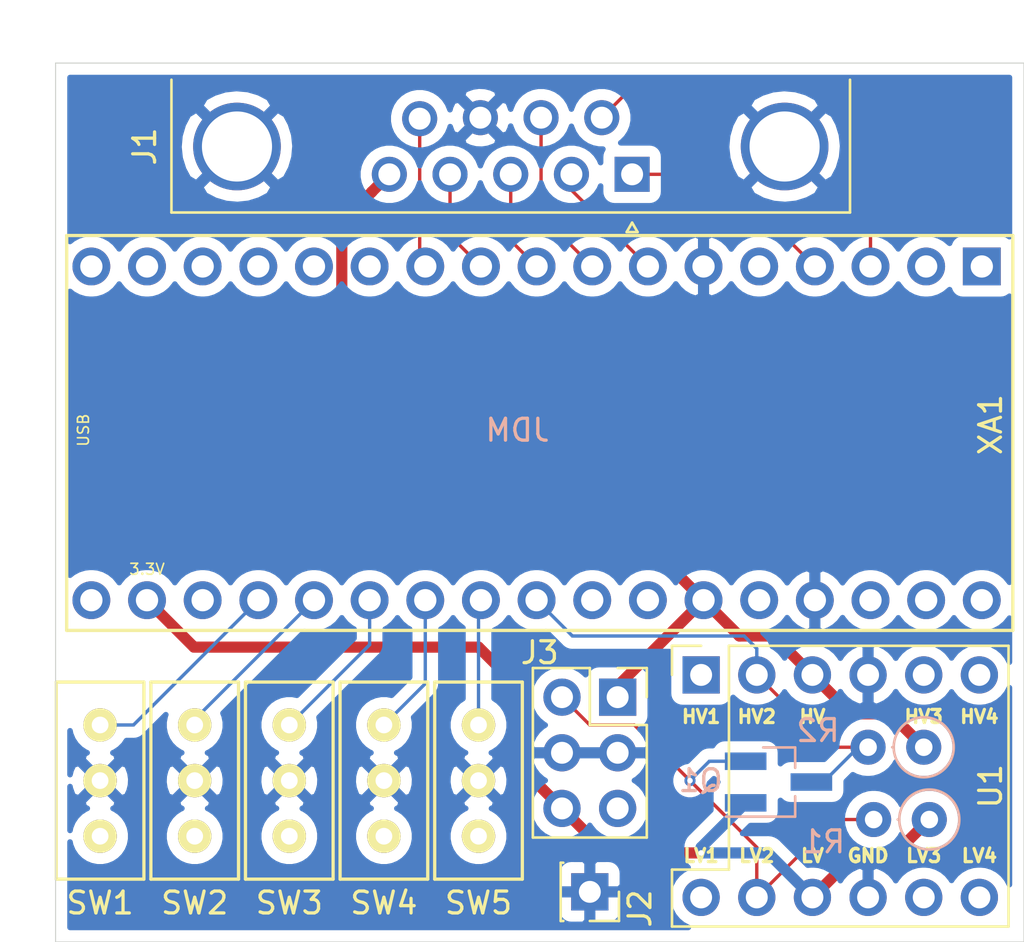
<source format=kicad_pcb>
(kicad_pcb (version 20171130) (host pcbnew "(5.1.4-0-10_14)")

  (general
    (thickness 1.6)
    (drawings 5)
    (tracks 76)
    (zones 0)
    (modules 13)
    (nets 45)
  )

  (page A4)
  (layers
    (0 F.Cu signal)
    (31 B.Cu signal)
    (32 B.Adhes user)
    (33 F.Adhes user)
    (34 B.Paste user)
    (35 F.Paste user)
    (36 B.SilkS user)
    (37 F.SilkS user)
    (38 B.Mask user)
    (39 F.Mask user)
    (40 Dwgs.User user hide)
    (41 Cmts.User user)
    (42 Eco1.User user)
    (43 Eco2.User user)
    (44 Edge.Cuts user)
    (45 Margin user)
    (46 B.CrtYd user hide)
    (47 F.CrtYd user)
    (48 B.Fab user hide)
    (49 F.Fab user hide)
  )

  (setup
    (last_trace_width 0.1524)
    (user_trace_width 0.254)
    (user_trace_width 0.381)
    (user_trace_width 0.508)
    (user_trace_width 0.8128)
    (trace_clearance 0.1524)
    (zone_clearance 0.508)
    (zone_45_only no)
    (trace_min 0.1524)
    (via_size 0.508)
    (via_drill 0.254)
    (via_min_size 0.508)
    (via_min_drill 0.254)
    (uvia_size 0.508)
    (uvia_drill 0.254)
    (uvias_allowed no)
    (uvia_min_size 0.508)
    (uvia_min_drill 0.254)
    (edge_width 0.15)
    (segment_width 0.2)
    (pcb_text_width 0.3)
    (pcb_text_size 1.5 1.5)
    (mod_edge_width 0.15)
    (mod_text_size 1 1)
    (mod_text_width 0.15)
    (pad_size 1.016 1.016)
    (pad_drill 1.016)
    (pad_to_mask_clearance 0.051)
    (solder_mask_min_width 0.25)
    (aux_axis_origin 0 0)
    (visible_elements FFFDFF7F)
    (pcbplotparams
      (layerselection 0x010fc_ffffffff)
      (usegerberextensions false)
      (usegerberattributes false)
      (usegerberadvancedattributes false)
      (creategerberjobfile false)
      (excludeedgelayer true)
      (linewidth 0.100000)
      (plotframeref false)
      (viasonmask false)
      (mode 1)
      (useauxorigin false)
      (hpglpennumber 1)
      (hpglpenspeed 20)
      (hpglpendiameter 15.000000)
      (psnegative false)
      (psa4output false)
      (plotreference true)
      (plotvalue true)
      (plotinvisibletext false)
      (padsonsilk false)
      (subtractmaskfromsilk false)
      (outputformat 1)
      (mirror false)
      (drillshape 1)
      (scaleselection 1)
      (outputdirectory ""))
  )

  (net 0 "")
  (net 1 GND)
  (net 2 +5V)
  (net 3 +3V3)
  (net 4 "Net-(J2-Pad5)")
  (net 5 /GCDATA3V)
  (net 6 /GCDATA5V)
  (net 7 /SW1)
  (net 8 /SW2)
  (net 9 /SW3)
  (net 10 /SW4)
  (net 11 /SW5)
  (net 12 "Net-(U1-PadLV4)")
  (net 13 "Net-(U1-PadHV4)")
  (net 14 "Net-(U1-PadLV3)")
  (net 15 "Net-(U1-PadHV3)")
  (net 16 "Net-(U1-PadLV1)")
  (net 17 "Net-(U1-PadHV1)")
  (net 18 "Net-(XA1-PadMISO)")
  (net 19 "Net-(XA1-PadD13)")
  (net 20 "Net-(XA1-PadAREF)")
  (net 21 "Net-(XA1-PadD9)")
  (net 22 "Net-(XA1-PadSS)")
  (net 23 "Net-(XA1-PadRST1)")
  (net 24 "Net-(XA1-PadVIN)")
  (net 25 "Net-(XA1-PadSCK)")
  (net 26 "Net-(XA1-PadMOSI)")
  (net 27 "Net-(XA1-PadRST2)")
  (net 28 "Net-(SW1-Pad3)")
  (net 29 "Net-(SW2-Pad3)")
  (net 30 "Net-(SW3-Pad3)")
  (net 31 "Net-(SW4-Pad3)")
  (net 32 "Net-(SW5-Pad3)")
  (net 33 "Net-(XA1-PadD7)")
  (net 34 "Net-(XA1-PadD11)")
  (net 35 "Net-(XA1-PadD12)")
  (net 36 "Net-(XA1-PadD10)")
  (net 37 "Net-(XA1-PadD8)")
  (net 38 /DB9)
  (net 39 /DB4)
  (net 40 /DB3)
  (net 41 /DB7)
  (net 42 /DB2)
  (net 43 /DB6)
  (net 44 /DB1)

  (net_class Default "This is the default net class."
    (clearance 0.1524)
    (trace_width 0.1524)
    (via_dia 0.508)
    (via_drill 0.254)
    (uvia_dia 0.508)
    (uvia_drill 0.254)
    (diff_pair_width 0.1524)
    (diff_pair_gap 0.1524)
    (add_net +3V3)
    (add_net +5V)
    (add_net /DB1)
    (add_net /DB2)
    (add_net /DB3)
    (add_net /DB4)
    (add_net /DB6)
    (add_net /DB7)
    (add_net /DB9)
    (add_net /GCDATA3V)
    (add_net /GCDATA5V)
    (add_net /SW1)
    (add_net /SW2)
    (add_net /SW3)
    (add_net /SW4)
    (add_net /SW5)
    (add_net GND)
    (add_net "Net-(J2-Pad5)")
    (add_net "Net-(SW1-Pad3)")
    (add_net "Net-(SW2-Pad3)")
    (add_net "Net-(SW3-Pad3)")
    (add_net "Net-(SW4-Pad3)")
    (add_net "Net-(SW5-Pad3)")
    (add_net "Net-(U1-PadHV1)")
    (add_net "Net-(U1-PadHV3)")
    (add_net "Net-(U1-PadHV4)")
    (add_net "Net-(U1-PadLV1)")
    (add_net "Net-(U1-PadLV3)")
    (add_net "Net-(U1-PadLV4)")
    (add_net "Net-(XA1-PadAREF)")
    (add_net "Net-(XA1-PadD10)")
    (add_net "Net-(XA1-PadD11)")
    (add_net "Net-(XA1-PadD12)")
    (add_net "Net-(XA1-PadD13)")
    (add_net "Net-(XA1-PadD7)")
    (add_net "Net-(XA1-PadD8)")
    (add_net "Net-(XA1-PadD9)")
    (add_net "Net-(XA1-PadMISO)")
    (add_net "Net-(XA1-PadMOSI)")
    (add_net "Net-(XA1-PadRST1)")
    (add_net "Net-(XA1-PadRST2)")
    (add_net "Net-(XA1-PadSCK)")
    (add_net "Net-(XA1-PadSS)")
    (add_net "Net-(XA1-PadVIN)")
  )

  (module custom:Arduino_Micro_Socket_noHoles (layer F.Cu) (tedit 5DDEFBCE) (tstamp 5DDE4ED4)
    (at 138.43 85.598)
    (descr https://store.arduino.cc/arduino-micro)
    (path /5DDA0E9D)
    (fp_text reference XA1 (at 44.958 -9.398 90) (layer F.SilkS)
      (effects (font (size 1 1) (thickness 0.15)))
    )
    (fp_text value Arduino_Micro_Socket (at 15.494 -19.05) (layer F.Fab)
      (effects (font (size 1 1) (thickness 0.15)))
    )
    (fp_line (start 2.794 0) (end 45.974 0) (layer F.SilkS) (width 0.15))
    (fp_line (start 2.794 -18.034) (end 2.794 0) (layer F.SilkS) (width 0.15))
    (fp_line (start 2.794 -18.034) (end 45.974 -18.034) (layer F.SilkS) (width 0.15))
    (fp_line (start 45.974 -18.034) (end 45.974 0) (layer F.SilkS) (width 0.15))
    (fp_line (start 46.228 0.254) (end 2.54 0.254) (layer F.CrtYd) (width 0.15))
    (fp_line (start 46.228 -18.288) (end 46.228 0.254) (layer F.CrtYd) (width 0.15))
    (fp_line (start 2.54 -18.288) (end 46.228 -18.288) (layer F.CrtYd) (width 0.15))
    (fp_line (start 2.54 0.254) (end 2.54 -18.288) (layer F.CrtYd) (width 0.15))
    (fp_text user 3.3V (at 6.46 -2.794) (layer F.SilkS)
      (effects (font (size 0.5 0.5) (thickness 0.075)))
    )
    (fp_text user USB (at 3.556 -9.144 90) (layer F.SilkS)
      (effects (font (size 0.5 0.5) (thickness 0.075)))
    )
    (pad MISO thru_hole oval (at 42.02 -1.38) (size 1.7272 1.7272) (drill 1.016) (layers *.Cu *.Mask)
      (net 18 "Net-(XA1-PadMISO)"))
    (pad A5 thru_hole oval (at 24.24 -1.38) (size 1.7272 1.7272) (drill 1.016) (layers *.Cu *.Mask)
      (net 6 /GCDATA5V))
    (pad A4 thru_hole oval (at 21.7 -1.38) (size 1.7272 1.7272) (drill 1.016) (layers *.Cu *.Mask)
      (net 11 /SW5))
    (pad A3 thru_hole oval (at 19.16 -1.38) (size 1.7272 1.7272) (drill 1.016) (layers *.Cu *.Mask)
      (net 10 /SW4))
    (pad A2 thru_hole oval (at 16.62 -1.38) (size 1.7272 1.7272) (drill 1.016) (layers *.Cu *.Mask)
      (net 9 /SW3))
    (pad A1 thru_hole oval (at 14.08 -1.38) (size 1.7272 1.7272) (drill 1.016) (layers *.Cu *.Mask)
      (net 8 /SW2))
    (pad "" thru_hole oval (at 29.32 -1.38) (size 1.7272 1.7272) (drill 1.016) (layers *.Cu *.Mask))
    (pad D11 thru_hole oval (at 6.46 -16.62) (size 1.7272 1.7272) (drill 1.016) (layers *.Cu *.Mask)
      (net 34 "Net-(XA1-PadD11)"))
    (pad D12 thru_hole oval (at 3.92 -16.62) (size 1.7272 1.7272) (drill 1.016) (layers *.Cu *.Mask)
      (net 35 "Net-(XA1-PadD12)"))
    (pad D13 thru_hole oval (at 3.92 -1.38) (size 1.7272 1.7272) (drill 1.016) (layers *.Cu *.Mask)
      (net 19 "Net-(XA1-PadD13)"))
    (pad AREF thru_hole oval (at 9 -1.38) (size 1.7272 1.7272) (drill 1.016) (layers *.Cu *.Mask)
      (net 20 "Net-(XA1-PadAREF)"))
    (pad D10 thru_hole oval (at 9 -16.62) (size 1.7272 1.7272) (drill 1.016) (layers *.Cu *.Mask)
      (net 36 "Net-(XA1-PadD10)"))
    (pad D9 thru_hole oval (at 11.54 -16.62) (size 1.7272 1.7272) (drill 1.016) (layers *.Cu *.Mask)
      (net 21 "Net-(XA1-PadD9)"))
    (pad D8 thru_hole oval (at 14.08 -16.62) (size 1.7272 1.7272) (drill 1.016) (layers *.Cu *.Mask)
      (net 37 "Net-(XA1-PadD8)"))
    (pad D7 thru_hole oval (at 16.62 -16.62) (size 1.7272 1.7272) (drill 1.016) (layers *.Cu *.Mask)
      (net 33 "Net-(XA1-PadD7)"))
    (pad D6 thru_hole oval (at 19.16 -16.62) (size 1.7272 1.7272) (drill 1.016) (layers *.Cu *.Mask)
      (net 38 /DB9))
    (pad D5 thru_hole oval (at 21.7 -16.62) (size 1.7272 1.7272) (drill 1.016) (layers *.Cu *.Mask)
      (net 39 /DB4))
    (pad D4 thru_hole oval (at 24.24 -16.62) (size 1.7272 1.7272) (drill 1.016) (layers *.Cu *.Mask)
      (net 40 /DB3))
    (pad D3 thru_hole oval (at 26.78 -16.62) (size 1.7272 1.7272) (drill 1.016) (layers *.Cu *.Mask)
      (net 41 /DB7))
    (pad D2 thru_hole oval (at 29.32 -16.62) (size 1.7272 1.7272) (drill 1.016) (layers *.Cu *.Mask)
      (net 42 /DB2))
    (pad D1 thru_hole oval (at 39.48 -16.62) (size 1.7272 1.7272) (drill 1.016) (layers *.Cu *.Mask)
      (net 43 /DB6))
    (pad D0 thru_hole oval (at 36.94 -16.62) (size 1.7272 1.7272) (drill 1.016) (layers *.Cu *.Mask)
      (net 44 /DB1))
    (pad SS thru_hole oval (at 42.02 -16.62) (size 1.7272 1.7272) (drill 1.016) (layers *.Cu *.Mask)
      (net 22 "Net-(XA1-PadSS)"))
    (pad RST1 thru_hole oval (at 34.4 -1.38) (size 1.7272 1.7272) (drill 1.016) (layers *.Cu *.Mask)
      (net 23 "Net-(XA1-PadRST1)"))
    (pad 3V3 thru_hole oval (at 6.46 -1.38) (size 1.7272 1.7272) (drill 1.016) (layers *.Cu *.Mask)
      (net 3 +3V3))
    (pad 5V thru_hole oval (at 31.86 -1.38) (size 1.7272 1.7272) (drill 1.016) (layers *.Cu *.Mask)
      (net 2 +5V))
    (pad GND1 thru_hole oval (at 36.94 -1.38) (size 1.7272 1.7272) (drill 1.016) (layers *.Cu *.Mask)
      (net 1 GND))
    (pad GND2 thru_hole oval (at 31.86 -16.62) (size 1.7272 1.7272) (drill 1.016) (layers *.Cu *.Mask)
      (net 1 GND))
    (pad VIN thru_hole oval (at 39.48 -1.38) (size 1.7272 1.7272) (drill 1.016) (layers *.Cu *.Mask)
      (net 24 "Net-(XA1-PadVIN)"))
    (pad A0 thru_hole oval (at 11.54 -1.38) (size 1.7272 1.7272) (drill 1.016) (layers *.Cu *.Mask)
      (net 7 /SW1))
    (pad SCK thru_hole oval (at 44.56 -1.38) (size 1.7272 1.7272) (drill 1.016) (layers *.Cu *.Mask)
      (net 25 "Net-(XA1-PadSCK)"))
    (pad MOSI thru_hole rect (at 44.56 -16.62) (size 1.7272 1.7272) (drill 1.016) (layers *.Cu *.Mask)
      (net 26 "Net-(XA1-PadMOSI)"))
    (pad RST2 thru_hole oval (at 34.4 -16.62) (size 1.7272 1.7272) (drill 1.016) (layers *.Cu *.Mask)
      (net 27 "Net-(XA1-PadRST2)"))
    (pad "" thru_hole oval (at 26.78 -1.38) (size 1.7272 1.7272) (drill 1.016) (layers *.Cu *.Mask))
  )

  (module custom:DB9-2301843-1 (layer F.Cu) (tedit 5DDEF981) (tstamp 5DDF9ABF)
    (at 167.03 64.77 180)
    (descr "9-pin D-Sub connector, horizontal/angled (90 deg), THT-mount, male, pitch 2.77x2.84mm, pin-PCB-offset 4.9399999999999995mm, distance of mounting holes 25mm, distance of mounting holes to PCB edge 7.4799999999999995mm, see https://disti-assets.s3.amazonaws.com/tonar/files/datasheets/16730.pdf")
    (tags "9-pin D-Sub connector horizontal angled 90deg THT male pitch 2.77x2.84mm pin-PCB-offset 4.9399999999999995mm mounting-holes-distance 25mm mounting-hole-offset 25mm")
    (path /5DDFC7D9)
    (fp_text reference J1 (at 22.25 1.27 90) (layer F.SilkS)
      (effects (font (size 1 1) (thickness 0.15)))
    )
    (fp_text value DB9_Male_MountingHoles (at 5.54 8.636) (layer F.Fab)
      (effects (font (size 1 1) (thickness 0.15)))
    )
    (fp_text user %R (at 5.588 7.112) (layer F.Fab)
      (effects (font (size 1 1) (thickness 0.15)))
    )
    (fp_line (start 21.5 -2.234) (end -10.4 -2.234) (layer F.CrtYd) (width 0.05))
    (fp_line (start 21.5 4.826) (end 21.5 -2.234) (layer F.CrtYd) (width 0.05))
    (fp_line (start -10.4 4.826) (end 21.5 4.826) (layer F.CrtYd) (width 0.05))
    (fp_line (start -10.4 -2.234) (end -10.4 4.826) (layer F.CrtYd) (width 0.05))
    (fp_line (start 0 -2.205325) (end -0.25 -2.638338) (layer F.SilkS) (width 0.12))
    (fp_line (start 0.25 -2.638338) (end 0 -2.205325) (layer F.SilkS) (width 0.12))
    (fp_line (start -0.25 -2.638338) (end 0.25 -2.638338) (layer F.SilkS) (width 0.12))
    (fp_line (start 21.025 -1.744) (end 21.025 4.318) (layer F.SilkS) (width 0.12))
    (fp_line (start -9.945 -1.744) (end 21.025 -1.744) (layer F.SilkS) (width 0.12))
    (fp_line (start -9.945 4.318) (end -9.945 -1.744) (layer F.SilkS) (width 0.12))
    (fp_line (start 13.69 4.37) (end -2.61 4.37) (layer F.Fab) (width 0.1))
    (fp_line (start 20.965 3.97) (end -9.885 3.97) (layer F.Fab) (width 0.1))
    (fp_line (start -9.885 4.37) (end 20.965 4.37) (layer F.Fab) (width 0.1))
    (fp_line (start 20.965 -1.684) (end -9.885 -1.684) (layer F.Fab) (width 0.1))
    (fp_line (start 20.965 4.37) (end 20.965 -1.684) (layer F.Fab) (width 0.1))
    (fp_line (start -9.885 3.97) (end 20.965 3.97) (layer F.Fab) (width 0.1))
    (fp_line (start -9.885 -1.684) (end -9.885 4.37) (layer F.Fab) (width 0.1))
    (fp_arc (start -6.96 1.57) (end -8.56 1.57) (angle 180) (layer F.Fab) (width 0.1))
    (pad 0 thru_hole circle (at 18.034 1.27 180) (size 4 4) (drill 3.2) (layers *.Cu *.Mask)
      (net 1 GND))
    (pad 0 thru_hole circle (at -6.96 1.27 180) (size 4 4) (drill 3.2) (layers *.Cu *.Mask)
      (net 1 GND))
    (pad 9 thru_hole circle (at 9.695 2.54 180) (size 1.6 1.6) (drill 1) (layers *.Cu *.Mask)
      (net 38 /DB9))
    (pad 8 thru_hole circle (at 6.925 2.586 180) (size 1.6 1.6) (drill 1) (layers *.Cu *.Mask)
      (net 1 GND))
    (pad 7 thru_hole circle (at 4.155 2.586 180) (size 1.6 1.6) (drill 1) (layers *.Cu *.Mask)
      (net 41 /DB7))
    (pad 6 thru_hole circle (at 1.385 2.586 180) (size 1.6 1.6) (drill 1) (layers *.Cu *.Mask)
      (net 43 /DB6))
    (pad 5 thru_hole circle (at 11.08 0 180) (size 1.6 1.6) (drill 1) (layers *.Cu *.Mask)
      (net 2 +5V))
    (pad 4 thru_hole circle (at 8.31 0 180) (size 1.6 1.6) (drill 1) (layers *.Cu *.Mask)
      (net 39 /DB4))
    (pad 3 thru_hole circle (at 5.54 0 180) (size 1.6 1.6) (drill 1) (layers *.Cu *.Mask)
      (net 40 /DB3))
    (pad 2 thru_hole circle (at 2.77 0 180) (size 1.6 1.6) (drill 1) (layers *.Cu *.Mask)
      (net 42 /DB2))
    (pad 1 thru_hole rect (at 0 0 180) (size 1.6 1.6) (drill 1) (layers *.Cu *.Mask)
      (net 44 /DB1))
    (model ${KISYS3DMOD}/Connector_Dsub.3dshapes/DSUB-9_Male_Horizontal_P2.77x2.84mm_EdgePinOffset4.94mm_Housed_MountingHolesOffset7.48mm.wrl
      (at (xyz 0 0 0))
      (scale (xyz 1 1 1))
      (rotate (xyz 0 0 0))
    )
  )

  (module custom:sparkfun-bd-llc (layer F.Cu) (tedit 5DDDD24B) (tstamp 5DE01C18)
    (at 170.18 87.63)
    (descr "Footprint of SparkFun's Bi-directional logic level converter")
    (tags "logic level converter sparkfun")
    (path /5DE3B7F1)
    (fp_text reference U1 (at 13.208 5.08 90) (layer F.SilkS)
      (effects (font (size 1 1) (thickness 0.15)))
    )
    (fp_text value sparkfun-bd-llc (at -1.27 15.47) (layer F.Fab)
      (effects (font (size 1 1) (thickness 0.15)))
    )
    (fp_text user HV4 (at 12.7 1.905) (layer F.SilkS)
      (effects (font (size 0.6 0.6) (thickness 0.15)))
    )
    (fp_text user HV3 (at 10.16 1.905) (layer F.SilkS)
      (effects (font (size 0.6 0.6) (thickness 0.15)))
    )
    (fp_text user GND (at 7.62 8.255) (layer F.SilkS)
      (effects (font (size 0.6 0.6) (thickness 0.15)))
    )
    (fp_text user HV (at 5.08 1.905) (layer F.SilkS)
      (effects (font (size 0.6 0.6) (thickness 0.15)))
    )
    (fp_text user HV2 (at 2.54 1.905) (layer F.SilkS)
      (effects (font (size 0.6 0.6) (thickness 0.15)))
    )
    (fp_text user HV1 (at 0 1.905) (layer F.SilkS)
      (effects (font (size 0.6 0.6) (thickness 0.15)))
    )
    (fp_text user LV4 (at 12.7 8.255) (layer F.SilkS)
      (effects (font (size 0.6 0.6) (thickness 0.15)))
    )
    (fp_text user LV3 (at 10.16 8.255) (layer F.SilkS)
      (effects (font (size 0.6 0.6) (thickness 0.15)))
    )
    (fp_text user GND (at 7.62 8.255) (layer F.SilkS)
      (effects (font (size 0.6 0.6) (thickness 0.15)))
    )
    (fp_text user LV (at 5.08 8.255) (layer F.SilkS)
      (effects (font (size 0.6 0.6) (thickness 0.15)))
    )
    (fp_text user LV2 (at 2.54 8.255) (layer F.SilkS)
      (effects (font (size 0.6 0.6) (thickness 0.15)))
    )
    (fp_text user LV1 (at 0 8.255) (layer F.SilkS)
      (effects (font (size 0.6 0.6) (thickness 0.15)))
    )
    (fp_text user %R (at 5.08 -3.81 180) (layer F.Fab)
      (effects (font (size 1 1) (thickness 0.15)))
    )
    (fp_line (start 14.45 11.96) (end -1.8 11.96) (layer F.CrtYd) (width 0.05))
    (fp_line (start 14.45 -1.76) (end 14.45 11.96) (layer F.CrtYd) (width 0.05))
    (fp_line (start -1.8 -1.76) (end 14.45 -1.76) (layer F.CrtYd) (width 0.05))
    (fp_line (start -1.8 11.96) (end -1.8 -1.76) (layer F.CrtYd) (width 0.05))
    (fp_line (start -1.33 0) (end -1.33 -1.33) (layer F.SilkS) (width 0.12))
    (fp_line (start -1.33 -1.33) (end 0 -1.33) (layer F.SilkS) (width 0.12))
    (fp_line (start -1.33 8.89) (end 1.27 8.89) (layer F.SilkS) (width 0.12))
    (fp_line (start 1.27 8.89) (end 1.27 -1.33) (layer F.SilkS) (width 0.12))
    (fp_line (start 1.27 -1.33) (end 14.03 -1.33) (layer F.SilkS) (width 0.12))
    (fp_line (start 14.03 11.49) (end 14.03 -1.33) (layer F.SilkS) (width 0.12))
    (fp_line (start -1.33 11.49) (end 14.03 11.49) (layer F.SilkS) (width 0.12))
    (fp_line (start -1.33 11.49) (end -1.33 8.89) (layer F.SilkS) (width 0.12))
    (fp_line (start 13.97 11.43) (end -1.27 11.43) (layer F.Fab) (width 0.1))
    (fp_line (start 13.97 -1.27) (end 13.97 11.43) (layer F.Fab) (width 0.1))
    (fp_line (start -0.27 -1.27) (end 13.97 -1.27) (layer F.Fab) (width 0.1))
    (fp_line (start -1.27 -0.27) (end -0.27 -1.27) (layer F.Fab) (width 0.1))
    (fp_line (start -1.27 11.43) (end -1.27 -0.27) (layer F.Fab) (width 0.1))
    (pad LV4 thru_hole oval (at 12.7 10.16 90) (size 1.7 1.7) (drill 1) (layers *.Cu *.Mask)
      (net 12 "Net-(U1-PadLV4)"))
    (pad HV4 thru_hole oval (at 12.7 0 90) (size 1.7 1.7) (drill 1) (layers *.Cu *.Mask)
      (net 13 "Net-(U1-PadHV4)"))
    (pad LV3 thru_hole oval (at 10.16 10.16 90) (size 1.7 1.7) (drill 1) (layers *.Cu *.Mask)
      (net 14 "Net-(U1-PadLV3)"))
    (pad HV3 thru_hole oval (at 10.16 0 90) (size 1.7 1.7) (drill 1) (layers *.Cu *.Mask)
      (net 15 "Net-(U1-PadHV3)"))
    (pad GNDL thru_hole oval (at 7.62 10.16 90) (size 1.7 1.7) (drill 1) (layers *.Cu *.Mask)
      (net 1 GND))
    (pad GNDH thru_hole oval (at 7.62 0 90) (size 1.7 1.7) (drill 1) (layers *.Cu *.Mask)
      (net 1 GND))
    (pad LV thru_hole oval (at 5.08 10.16 90) (size 1.7 1.7) (drill 1) (layers *.Cu *.Mask)
      (net 3 +3V3))
    (pad HV thru_hole oval (at 5.08 0 90) (size 1.7 1.7) (drill 1) (layers *.Cu *.Mask)
      (net 2 +5V))
    (pad LV2 thru_hole oval (at 2.54 10.16 90) (size 1.7 1.7) (drill 1) (layers *.Cu *.Mask)
      (net 5 /GCDATA3V))
    (pad HV2 thru_hole oval (at 2.54 0 90) (size 1.7 1.7) (drill 1) (layers *.Cu *.Mask)
      (net 6 /GCDATA5V))
    (pad LV1 thru_hole oval (at 0 10.16 90) (size 1.7 1.7) (drill 1) (layers *.Cu *.Mask)
      (net 16 "Net-(U1-PadLV1)"))
    (pad HV1 thru_hole rect (at 0 0 90) (size 1.7 1.7) (drill 1) (layers *.Cu *.Mask)
      (net 17 "Net-(U1-PadHV1)"))
  )

  (module thtSwitch:SPDT_THT_Slide_SW (layer F.Cu) (tedit 5D508DE3) (tstamp 5DDFFB73)
    (at 160.02 92.456 270)
    (path /5DE82EA3)
    (fp_text reference SW5 (at 5.588 0 180) (layer F.SilkS)
      (effects (font (size 1 1) (thickness 0.15)))
    )
    (fp_text value SW_SPDT (at 0 -3.81 90) (layer F.Fab)
      (effects (font (size 1 1) (thickness 0.15)))
    )
    (fp_line (start 4.5 2) (end -4.5 2) (layer F.SilkS) (width 0.15))
    (fp_line (start -4.5 -2) (end 4.5 -2) (layer F.SilkS) (width 0.15))
    (fp_line (start 4.5 -2) (end 4.5 2) (layer F.SilkS) (width 0.15))
    (fp_line (start -4.5 -2) (end -4.5 2) (layer F.SilkS) (width 0.15))
    (pad 3 thru_hole circle (at 2.54 0 270) (size 1.524 1.524) (drill 0.762) (layers *.Cu *.Mask F.SilkS)
      (net 32 "Net-(SW5-Pad3)"))
    (pad 1 thru_hole circle (at -2.54 0 270) (size 1.524 1.524) (drill 0.762) (layers *.Cu *.Mask F.SilkS)
      (net 11 /SW5))
    (pad 2 thru_hole circle (at 0 0 270) (size 1.524 1.524) (drill 0.762) (layers *.Cu *.Mask F.SilkS)
      (net 1 GND))
    (model /Applications/Kicad/Libraries/Assorted_Components.pretty/Adafruit_SPDT_Slide_SW.wrl
      (at (xyz 0 0 0))
      (scale (xyz 0.3937007874 0.3937007874 0.3937007874))
      (rotate (xyz 0 0 0))
    )
  )

  (module thtSwitch:SPDT_THT_Slide_SW (layer F.Cu) (tedit 5D508DE3) (tstamp 5DDFFB55)
    (at 155.702 92.456 270)
    (path /5DE82D59)
    (fp_text reference SW4 (at 5.588 0 180) (layer F.SilkS)
      (effects (font (size 1 1) (thickness 0.15)))
    )
    (fp_text value SW_SPDT (at 0 -3.81 90) (layer F.Fab)
      (effects (font (size 1 1) (thickness 0.15)))
    )
    (fp_line (start 4.5 2) (end -4.5 2) (layer F.SilkS) (width 0.15))
    (fp_line (start -4.5 -2) (end 4.5 -2) (layer F.SilkS) (width 0.15))
    (fp_line (start 4.5 -2) (end 4.5 2) (layer F.SilkS) (width 0.15))
    (fp_line (start -4.5 -2) (end -4.5 2) (layer F.SilkS) (width 0.15))
    (pad 3 thru_hole circle (at 2.54 0 270) (size 1.524 1.524) (drill 0.762) (layers *.Cu *.Mask F.SilkS)
      (net 31 "Net-(SW4-Pad3)"))
    (pad 1 thru_hole circle (at -2.54 0 270) (size 1.524 1.524) (drill 0.762) (layers *.Cu *.Mask F.SilkS)
      (net 10 /SW4))
    (pad 2 thru_hole circle (at 0 0 270) (size 1.524 1.524) (drill 0.762) (layers *.Cu *.Mask F.SilkS)
      (net 1 GND))
    (model /Applications/Kicad/Libraries/Assorted_Components.pretty/Adafruit_SPDT_Slide_SW.wrl
      (at (xyz 0 0 0))
      (scale (xyz 0.3937007874 0.3937007874 0.3937007874))
      (rotate (xyz 0 0 0))
    )
  )

  (module thtSwitch:SPDT_THT_Slide_SW (layer F.Cu) (tedit 5D508DE3) (tstamp 5DDFFB37)
    (at 151.384 92.456 270)
    (path /5DE82B27)
    (fp_text reference SW3 (at 5.588 0 180) (layer F.SilkS)
      (effects (font (size 1 1) (thickness 0.15)))
    )
    (fp_text value SW_SPDT (at 0 -2.54 90) (layer F.Fab)
      (effects (font (size 1 1) (thickness 0.15)))
    )
    (fp_line (start 4.5 2) (end -4.5 2) (layer F.SilkS) (width 0.15))
    (fp_line (start -4.5 -2) (end 4.5 -2) (layer F.SilkS) (width 0.15))
    (fp_line (start 4.5 -2) (end 4.5 2) (layer F.SilkS) (width 0.15))
    (fp_line (start -4.5 -2) (end -4.5 2) (layer F.SilkS) (width 0.15))
    (pad 3 thru_hole circle (at 2.54 0 270) (size 1.524 1.524) (drill 0.762) (layers *.Cu *.Mask F.SilkS)
      (net 30 "Net-(SW3-Pad3)"))
    (pad 1 thru_hole circle (at -2.54 0 270) (size 1.524 1.524) (drill 0.762) (layers *.Cu *.Mask F.SilkS)
      (net 9 /SW3))
    (pad 2 thru_hole circle (at 0 0 270) (size 1.524 1.524) (drill 0.762) (layers *.Cu *.Mask F.SilkS)
      (net 1 GND))
    (model /Applications/Kicad/Libraries/Assorted_Components.pretty/Adafruit_SPDT_Slide_SW.wrl
      (at (xyz 0 0 0))
      (scale (xyz 0.3937007874 0.3937007874 0.3937007874))
      (rotate (xyz 0 0 0))
    )
  )

  (module thtSwitch:SPDT_THT_Slide_SW (layer F.Cu) (tedit 5D508DE3) (tstamp 5DDFFB19)
    (at 147.066 92.456 270)
    (path /5DE82725)
    (fp_text reference SW2 (at 5.588 0 180) (layer F.SilkS)
      (effects (font (size 1 1) (thickness 0.15)))
    )
    (fp_text value SW_SPDT (at 0 -3.81 90) (layer F.Fab)
      (effects (font (size 1 1) (thickness 0.15)))
    )
    (fp_line (start 4.5 2) (end -4.5 2) (layer F.SilkS) (width 0.15))
    (fp_line (start -4.5 -2) (end 4.5 -2) (layer F.SilkS) (width 0.15))
    (fp_line (start 4.5 -2) (end 4.5 2) (layer F.SilkS) (width 0.15))
    (fp_line (start -4.5 -2) (end -4.5 2) (layer F.SilkS) (width 0.15))
    (pad 3 thru_hole circle (at 2.54 0 270) (size 1.524 1.524) (drill 0.762) (layers *.Cu *.Mask F.SilkS)
      (net 29 "Net-(SW2-Pad3)"))
    (pad 1 thru_hole circle (at -2.54 0 270) (size 1.524 1.524) (drill 0.762) (layers *.Cu *.Mask F.SilkS)
      (net 8 /SW2))
    (pad 2 thru_hole circle (at 0 0 270) (size 1.524 1.524) (drill 0.762) (layers *.Cu *.Mask F.SilkS)
      (net 1 GND))
    (model /Applications/Kicad/Libraries/Assorted_Components.pretty/Adafruit_SPDT_Slide_SW.wrl
      (at (xyz 0 0 0))
      (scale (xyz 0.3937007874 0.3937007874 0.3937007874))
      (rotate (xyz 0 0 0))
    )
  )

  (module thtSwitch:SPDT_THT_Slide_SW (layer F.Cu) (tedit 5D508DE3) (tstamp 5DDFFAFB)
    (at 142.748 92.456 270)
    (path /5DE8200D)
    (fp_text reference SW1 (at 5.588 0 180) (layer F.SilkS)
      (effects (font (size 1 1) (thickness 0.15)))
    )
    (fp_text value SW_SPDT (at 0 -3.81 90) (layer F.Fab)
      (effects (font (size 1 1) (thickness 0.15)))
    )
    (fp_line (start 4.5 2) (end -4.5 2) (layer F.SilkS) (width 0.15))
    (fp_line (start -4.5 -2) (end 4.5 -2) (layer F.SilkS) (width 0.15))
    (fp_line (start 4.5 -2) (end 4.5 2) (layer F.SilkS) (width 0.15))
    (fp_line (start -4.5 -2) (end -4.5 2) (layer F.SilkS) (width 0.15))
    (pad 3 thru_hole circle (at 2.54 0 270) (size 1.524 1.524) (drill 0.762) (layers *.Cu *.Mask F.SilkS)
      (net 28 "Net-(SW1-Pad3)"))
    (pad 1 thru_hole circle (at -2.54 0 270) (size 1.524 1.524) (drill 0.762) (layers *.Cu *.Mask F.SilkS)
      (net 7 /SW1))
    (pad 2 thru_hole circle (at 0 0 270) (size 1.524 1.524) (drill 0.762) (layers *.Cu *.Mask F.SilkS)
      (net 1 GND))
    (model /Applications/Kicad/Libraries/Assorted_Components.pretty/Adafruit_SPDT_Slide_SW.wrl
      (at (xyz 0 0 0))
      (scale (xyz 0.3937007874 0.3937007874 0.3937007874))
      (rotate (xyz 0 0 0))
    )
  )

  (module Resistor_THT:R_Axial_DIN0207_L6.3mm_D2.5mm_P2.54mm_Vertical (layer B.Cu) (tedit 5AE5139B) (tstamp 5DDFCA94)
    (at 180.34 90.932 180)
    (descr "Resistor, Axial_DIN0207 series, Axial, Vertical, pin pitch=2.54mm, 0.25W = 1/4W, length*diameter=6.3*2.5mm^2, http://cdn-reichelt.de/documents/datenblatt/B400/1_4W%23YAG.pdf")
    (tags "Resistor Axial_DIN0207 series Axial Vertical pin pitch 2.54mm 0.25W = 1/4W length 6.3mm diameter 2.5mm")
    (path /5DDD788C)
    (fp_text reference R2 (at 4.826 0.762) (layer B.SilkS)
      (effects (font (size 1 1) (thickness 0.15)) (justify mirror))
    )
    (fp_text value 10k (at 1.27 -2.37) (layer B.Fab)
      (effects (font (size 1 1) (thickness 0.15)) (justify mirror))
    )
    (fp_text user %R (at 1.27 2.37) (layer B.Fab)
      (effects (font (size 1 1) (thickness 0.15)) (justify mirror))
    )
    (fp_line (start 3.59 1.5) (end -1.5 1.5) (layer B.CrtYd) (width 0.05))
    (fp_line (start 3.59 -1.5) (end 3.59 1.5) (layer B.CrtYd) (width 0.05))
    (fp_line (start -1.5 -1.5) (end 3.59 -1.5) (layer B.CrtYd) (width 0.05))
    (fp_line (start -1.5 1.5) (end -1.5 -1.5) (layer B.CrtYd) (width 0.05))
    (fp_line (start 1.37 0) (end 1.44 0) (layer B.SilkS) (width 0.12))
    (fp_line (start 0 0) (end 2.54 0) (layer B.Fab) (width 0.1))
    (fp_circle (center 0 0) (end 1.37 0) (layer B.SilkS) (width 0.12))
    (fp_circle (center 0 0) (end 1.25 0) (layer B.Fab) (width 0.1))
    (pad 2 thru_hole oval (at 2.54 0 180) (size 1.6 1.6) (drill 0.8) (layers *.Cu *.Mask)
      (net 6 /GCDATA5V))
    (pad 1 thru_hole circle (at 0 0 180) (size 1.6 1.6) (drill 0.8) (layers *.Cu *.Mask)
      (net 2 +5V))
    (model ${KISYS3DMOD}/Resistor_THT.3dshapes/R_Axial_DIN0207_L6.3mm_D2.5mm_P2.54mm_Vertical.wrl
      (at (xyz 0 0 0))
      (scale (xyz 1 1 1))
      (rotate (xyz 0 0 0))
    )
  )

  (module Resistor_THT:R_Axial_DIN0207_L6.3mm_D2.5mm_P2.54mm_Vertical (layer B.Cu) (tedit 5AE5139B) (tstamp 5DDFCA6A)
    (at 180.594 94.234 180)
    (descr "Resistor, Axial_DIN0207 series, Axial, Vertical, pin pitch=2.54mm, 0.25W = 1/4W, length*diameter=6.3*2.5mm^2, http://cdn-reichelt.de/documents/datenblatt/B400/1_4W%23YAG.pdf")
    (tags "Resistor Axial_DIN0207 series Axial Vertical pin pitch 2.54mm 0.25W = 1/4W length 6.3mm diameter 2.5mm")
    (path /5DDD7F43)
    (fp_text reference R1 (at 4.826 -1.016) (layer B.SilkS)
      (effects (font (size 1 1) (thickness 0.15)) (justify mirror))
    )
    (fp_text value 10k (at 1.27 -2.37) (layer B.Fab)
      (effects (font (size 1 1) (thickness 0.15)) (justify mirror))
    )
    (fp_text user %R (at 1.27 2.37) (layer B.Fab)
      (effects (font (size 1 1) (thickness 0.15)) (justify mirror))
    )
    (fp_line (start 3.59 1.5) (end -1.5 1.5) (layer B.CrtYd) (width 0.05))
    (fp_line (start 3.59 -1.5) (end 3.59 1.5) (layer B.CrtYd) (width 0.05))
    (fp_line (start -1.5 -1.5) (end 3.59 -1.5) (layer B.CrtYd) (width 0.05))
    (fp_line (start -1.5 1.5) (end -1.5 -1.5) (layer B.CrtYd) (width 0.05))
    (fp_line (start 1.37 0) (end 1.44 0) (layer B.SilkS) (width 0.12))
    (fp_line (start 0 0) (end 2.54 0) (layer B.Fab) (width 0.1))
    (fp_circle (center 0 0) (end 1.37 0) (layer B.SilkS) (width 0.12))
    (fp_circle (center 0 0) (end 1.25 0) (layer B.Fab) (width 0.1))
    (pad 2 thru_hole oval (at 2.54 0 180) (size 1.6 1.6) (drill 0.8) (layers *.Cu *.Mask)
      (net 5 /GCDATA3V))
    (pad 1 thru_hole circle (at 0 0 180) (size 1.6 1.6) (drill 0.8) (layers *.Cu *.Mask)
      (net 3 +3V3))
    (model ${KISYS3DMOD}/Resistor_THT.3dshapes/R_Axial_DIN0207_L6.3mm_D2.5mm_P2.54mm_Vertical.wrl
      (at (xyz 0 0 0))
      (scale (xyz 1 1 1))
      (rotate (xyz 0 0 0))
    )
  )

  (module Package_TO_SOT_SMD:SOT-23_Handsoldering (layer B.Cu) (tedit 5A0AB76C) (tstamp 5DDFCA34)
    (at 173.712 92.522)
    (descr "SOT-23, Handsoldering")
    (tags SOT-23)
    (path /5DDCD8E3)
    (attr smd)
    (fp_text reference Q1 (at -3.556 -0.066) (layer B.SilkS)
      (effects (font (size 1 1) (thickness 0.15)) (justify mirror))
    )
    (fp_text value BSS138 (at 0 -2.5) (layer B.Fab)
      (effects (font (size 1 1) (thickness 0.15)) (justify mirror))
    )
    (fp_line (start 0.76 -1.58) (end -0.7 -1.58) (layer B.SilkS) (width 0.12))
    (fp_line (start -0.7 -1.52) (end 0.7 -1.52) (layer B.Fab) (width 0.1))
    (fp_line (start 0.7 1.52) (end 0.7 -1.52) (layer B.Fab) (width 0.1))
    (fp_line (start -0.7 0.95) (end -0.15 1.52) (layer B.Fab) (width 0.1))
    (fp_line (start -0.15 1.52) (end 0.7 1.52) (layer B.Fab) (width 0.1))
    (fp_line (start -0.7 0.95) (end -0.7 -1.5) (layer B.Fab) (width 0.1))
    (fp_line (start 0.76 1.58) (end -2.4 1.58) (layer B.SilkS) (width 0.12))
    (fp_line (start -2.7 -1.75) (end -2.7 1.75) (layer B.CrtYd) (width 0.05))
    (fp_line (start 2.7 -1.75) (end -2.7 -1.75) (layer B.CrtYd) (width 0.05))
    (fp_line (start 2.7 1.75) (end 2.7 -1.75) (layer B.CrtYd) (width 0.05))
    (fp_line (start -2.7 1.75) (end 2.7 1.75) (layer B.CrtYd) (width 0.05))
    (fp_line (start 0.76 1.58) (end 0.76 0.65) (layer B.SilkS) (width 0.12))
    (fp_line (start 0.76 -1.58) (end 0.76 -0.65) (layer B.SilkS) (width 0.12))
    (fp_text user %R (at 0 0 270) (layer B.Fab)
      (effects (font (size 0.5 0.5) (thickness 0.075)) (justify mirror))
    )
    (pad 3 smd rect (at 1.5 0) (size 1.9 0.8) (layers B.Cu B.Paste B.Mask)
      (net 6 /GCDATA5V))
    (pad 2 smd rect (at -1.5 -0.95) (size 1.9 0.8) (layers B.Cu B.Paste B.Mask)
      (net 5 /GCDATA3V))
    (pad 1 smd rect (at -1.5 0.95) (size 1.9 0.8) (layers B.Cu B.Paste B.Mask)
      (net 3 +3V3))
    (model ${KISYS3DMOD}/Package_TO_SOT_SMD.3dshapes/SOT-23.wrl
      (at (xyz 0 0 0))
      (scale (xyz 1 1 1))
      (rotate (xyz 0 0 0))
    )
  )

  (module Connector_PinSocket_2.54mm:PinSocket_1x01_P2.54mm_Vertical (layer F.Cu) (tedit 5A19A434) (tstamp 5DDE5F70)
    (at 165.1 97.536 270)
    (descr "Through hole straight socket strip, 1x01, 2.54mm pitch, single row (from Kicad 4.0.7), script generated")
    (tags "Through hole socket strip THT 1x01 2.54mm single row")
    (path /5DDDF92B)
    (fp_text reference J3 (at -10.922 2.286) (layer F.SilkS)
      (effects (font (size 1 1) (thickness 0.15)))
    )
    (fp_text value Conn_01x01 (at 0 2.77 90) (layer F.Fab)
      (effects (font (size 1 1) (thickness 0.15)))
    )
    (fp_text user %R (at -1.524 0.254 90) (layer F.Fab)
      (effects (font (size 1 1) (thickness 0.15)))
    )
    (fp_line (start -1.8 1.75) (end -1.8 -1.8) (layer F.CrtYd) (width 0.05))
    (fp_line (start 1.75 1.75) (end -1.8 1.75) (layer F.CrtYd) (width 0.05))
    (fp_line (start 1.75 -1.8) (end 1.75 1.75) (layer F.CrtYd) (width 0.05))
    (fp_line (start -1.8 -1.8) (end 1.75 -1.8) (layer F.CrtYd) (width 0.05))
    (fp_line (start 0 -1.33) (end 1.33 -1.33) (layer F.SilkS) (width 0.12))
    (fp_line (start 1.33 -1.33) (end 1.33 0) (layer F.SilkS) (width 0.12))
    (fp_line (start 1.33 1.21) (end 1.33 1.33) (layer F.SilkS) (width 0.12))
    (fp_line (start -1.33 1.21) (end -1.33 1.33) (layer F.SilkS) (width 0.12))
    (fp_line (start -1.33 1.33) (end 1.33 1.33) (layer F.SilkS) (width 0.12))
    (fp_line (start -1.27 1.27) (end -1.27 -1.27) (layer F.Fab) (width 0.1))
    (fp_line (start 1.27 1.27) (end -1.27 1.27) (layer F.Fab) (width 0.1))
    (fp_line (start 1.27 -0.635) (end 1.27 1.27) (layer F.Fab) (width 0.1))
    (fp_line (start 0.635 -1.27) (end 1.27 -0.635) (layer F.Fab) (width 0.1))
    (fp_line (start -1.27 -1.27) (end 0.635 -1.27) (layer F.Fab) (width 0.1))
    (pad 1 thru_hole rect (at 0 0 270) (size 1.7 1.7) (drill 1) (layers *.Cu *.Mask)
      (net 1 GND))
    (model ${KISYS3DMOD}/Connector_PinSocket_2.54mm.3dshapes/PinSocket_1x01_P2.54mm_Vertical.wrl
      (at (xyz 0 0 0))
      (scale (xyz 1 1 1))
      (rotate (xyz 0 0 0))
    )
  )

  (module Connector_PinSocket_2.54mm:PinSocket_2x03_P2.54mm_Vertical (layer F.Cu) (tedit 5A19A425) (tstamp 5DDFD149)
    (at 166.37 88.646)
    (descr "Through hole straight socket strip, 2x03, 2.54mm pitch, double cols (from Kicad 4.0.7), script generated")
    (tags "Through hole socket strip THT 2x03 2.54mm double row")
    (path /5DDD1333)
    (fp_text reference J2 (at 1.016 9.652 90) (layer F.SilkS)
      (effects (font (size 1 1) (thickness 0.15)))
    )
    (fp_text value Conn_02x03_Top_Bottom (at -1.27 7.85) (layer F.Fab)
      (effects (font (size 1 1) (thickness 0.15)))
    )
    (fp_text user %R (at -1.27 2.54 90) (layer F.Fab)
      (effects (font (size 1 1) (thickness 0.15)))
    )
    (fp_line (start -4.34 6.85) (end -4.34 -1.8) (layer F.CrtYd) (width 0.05))
    (fp_line (start 1.76 6.85) (end -4.34 6.85) (layer F.CrtYd) (width 0.05))
    (fp_line (start 1.76 -1.8) (end 1.76 6.85) (layer F.CrtYd) (width 0.05))
    (fp_line (start -4.34 -1.8) (end 1.76 -1.8) (layer F.CrtYd) (width 0.05))
    (fp_line (start 0 -1.33) (end 1.33 -1.33) (layer F.SilkS) (width 0.12))
    (fp_line (start 1.33 -1.33) (end 1.33 0) (layer F.SilkS) (width 0.12))
    (fp_line (start -1.27 -1.33) (end -1.27 1.27) (layer F.SilkS) (width 0.12))
    (fp_line (start -1.27 1.27) (end 1.33 1.27) (layer F.SilkS) (width 0.12))
    (fp_line (start 1.33 1.27) (end 1.33 6.41) (layer F.SilkS) (width 0.12))
    (fp_line (start -3.87 6.41) (end 1.33 6.41) (layer F.SilkS) (width 0.12))
    (fp_line (start -3.87 -1.33) (end -3.87 6.41) (layer F.SilkS) (width 0.12))
    (fp_line (start -3.87 -1.33) (end -1.27 -1.33) (layer F.SilkS) (width 0.12))
    (fp_line (start -3.81 6.35) (end -3.81 -1.27) (layer F.Fab) (width 0.1))
    (fp_line (start 1.27 6.35) (end -3.81 6.35) (layer F.Fab) (width 0.1))
    (fp_line (start 1.27 -0.27) (end 1.27 6.35) (layer F.Fab) (width 0.1))
    (fp_line (start 0.27 -1.27) (end 1.27 -0.27) (layer F.Fab) (width 0.1))
    (fp_line (start -3.81 -1.27) (end 0.27 -1.27) (layer F.Fab) (width 0.1))
    (pad 6 thru_hole oval (at -2.54 5.08) (size 1.7 1.7) (drill 1) (layers *.Cu *.Mask)
      (net 3 +3V3))
    (pad 5 thru_hole oval (at 0 5.08) (size 1.7 1.7) (drill 1) (layers *.Cu *.Mask)
      (net 4 "Net-(J2-Pad5)"))
    (pad 4 thru_hole oval (at -2.54 2.54) (size 1.7 1.7) (drill 1) (layers *.Cu *.Mask)
      (net 1 GND))
    (pad 3 thru_hole oval (at 0 2.54) (size 1.7 1.7) (drill 1) (layers *.Cu *.Mask)
      (net 1 GND))
    (pad 2 thru_hole oval (at -2.54 0) (size 1.7 1.7) (drill 1) (layers *.Cu *.Mask)
      (net 5 /GCDATA3V))
    (pad 1 thru_hole rect (at 0 0) (size 1.7 1.7) (drill 1) (layers *.Cu *.Mask)
      (net 2 +5V))
    (model ${KISYS3DMOD}/Connector_PinSocket_2.54mm.3dshapes/PinSocket_2x03_P2.54mm_Vertical.wrl
      (at (xyz 0 0 0))
      (scale (xyz 1 1 1))
      (rotate (xyz 0 0 0))
    )
  )

  (gr_text JDM (at 161.798 76.454) (layer B.SilkS)
    (effects (font (size 1 1) (thickness 0.15)) (justify mirror))
  )
  (gr_line (start 184.912 99.822) (end 140.716 99.822) (layer Edge.Cuts) (width 0.05) (tstamp 5DDFC9CD))
  (gr_line (start 184.912 59.69) (end 184.912 99.822) (layer Edge.Cuts) (width 0.05))
  (gr_line (start 140.716 59.69) (end 184.912 59.69) (layer Edge.Cuts) (width 0.05))
  (gr_line (start 140.716 99.822) (end 140.716 59.69) (layer Edge.Cuts) (width 0.05))

  (segment (start 170.29 84.218) (end 171.924 85.852) (width 0.508) (layer F.Cu) (net 2))
  (segment (start 173.482 85.852) (end 175.26 87.63) (width 0.508) (layer F.Cu) (net 2))
  (segment (start 171.924 85.852) (end 173.482 85.852) (width 0.508) (layer F.Cu) (net 2))
  (segment (start 166.37 88.138) (end 170.29 84.218) (width 0.508) (layer F.Cu) (net 2))
  (segment (start 166.37 88.646) (end 166.37 88.138) (width 0.508) (layer F.Cu) (net 2))
  (segment (start 155.150001 65.575999) (end 155.150001 65.569999) (width 0.508) (layer F.Cu) (net 2))
  (segment (start 153.78 66.946) (end 155.150001 65.575999) (width 0.508) (layer F.Cu) (net 2))
  (segment (start 155.150001 65.569999) (end 155.95 64.77) (width 0.508) (layer F.Cu) (net 2))
  (segment (start 153.78 71.738) (end 153.78 66.946) (width 0.508) (layer F.Cu) (net 2))
  (segment (start 170.29 84.218) (end 157.954 71.882) (width 0.508) (layer F.Cu) (net 2))
  (segment (start 153.924 71.882) (end 153.78 71.738) (width 0.508) (layer F.Cu) (net 2))
  (segment (start 157.954 71.882) (end 153.924 71.882) (width 0.508) (layer F.Cu) (net 2))
  (segment (start 178.816 89.408) (end 180.34 90.932) (width 0.508) (layer F.Cu) (net 2))
  (segment (start 177.038 89.408) (end 178.816 89.408) (width 0.508) (layer F.Cu) (net 2))
  (segment (start 175.26 87.63) (end 177.038 89.408) (width 0.508) (layer F.Cu) (net 2))
  (segment (start 144.89 84.218) (end 147.032 86.36) (width 0.508) (layer F.Cu) (net 3))
  (segment (start 147.032 86.36) (end 160.02 86.36) (width 0.508) (layer F.Cu) (net 3))
  (segment (start 160.02 86.36) (end 161.798 88.138) (width 0.508) (layer F.Cu) (net 3))
  (segment (start 161.798 91.694) (end 163.83 93.726) (width 0.508) (layer F.Cu) (net 3))
  (segment (start 161.798 88.138) (end 161.798 91.694) (width 0.508) (layer F.Cu) (net 3))
  (segment (start 163.83 93.726) (end 165.862 95.758) (width 0.508) (layer F.Cu) (net 3))
  (segment (start 165.862 95.758) (end 170.18 95.758) (width 0.508) (layer F.Cu) (net 3))
  (segment (start 170.18 95.758) (end 170.18 95.758) (width 0.508) (layer F.Cu) (net 3) (tstamp 5DE00F6C))
  (via (at 170.18 95.758) (size 0.508) (drill 0.254) (layers F.Cu B.Cu) (net 3))
  (segment (start 170.18 95.504) (end 172.212 93.472) (width 0.508) (layer B.Cu) (net 3))
  (segment (start 170.18 95.758) (end 170.18 95.504) (width 0.508) (layer B.Cu) (net 3))
  (segment (start 173.228 95.758) (end 175.26 97.79) (width 0.508) (layer B.Cu) (net 3))
  (segment (start 170.18 95.758) (end 173.228 95.758) (width 0.508) (layer B.Cu) (net 3))
  (segment (start 175.26 97.79) (end 177.038 96.012) (width 0.508) (layer F.Cu) (net 3))
  (segment (start 178.816 96.012) (end 180.594 94.234) (width 0.508) (layer F.Cu) (net 3))
  (segment (start 177.038 96.012) (end 178.816 96.012) (width 0.508) (layer F.Cu) (net 3))
  (segment (start 176.276 94.234) (end 178.054 94.234) (width 0.1524) (layer F.Cu) (net 5))
  (segment (start 172.72 97.79) (end 176.276 94.234) (width 0.1524) (layer F.Cu) (net 5))
  (segment (start 172.72 95.504) (end 172.72 97.79) (width 0.1524) (layer F.Cu) (net 5))
  (segment (start 167.132 89.916) (end 169.672 92.456) (width 0.1524) (layer F.Cu) (net 5))
  (segment (start 165.1 89.916) (end 167.132 89.916) (width 0.1524) (layer F.Cu) (net 5))
  (segment (start 163.83 88.646) (end 165.1 89.916) (width 0.1524) (layer F.Cu) (net 5))
  (segment (start 169.672 92.456) (end 172.72 95.504) (width 0.1524) (layer F.Cu) (net 5) (tstamp 5DE00F6F))
  (via (at 169.672 92.456) (size 0.508) (drill 0.254) (layers F.Cu B.Cu) (net 5))
  (segment (start 170.556 91.572) (end 169.672 92.456) (width 0.1524) (layer B.Cu) (net 5))
  (segment (start 172.212 91.572) (end 170.556 91.572) (width 0.1524) (layer B.Cu) (net 5))
  (segment (start 172.72 86.427919) (end 172.144081 85.852) (width 0.1524) (layer B.Cu) (net 6))
  (segment (start 172.72 87.63) (end 172.72 86.427919) (width 0.1524) (layer B.Cu) (net 6))
  (segment (start 164.304 85.852) (end 162.67 84.218) (width 0.1524) (layer B.Cu) (net 6))
  (segment (start 172.144081 85.852) (end 164.304 85.852) (width 0.1524) (layer B.Cu) (net 6))
  (segment (start 177.352 90.932) (end 177.8 90.932) (width 0.1524) (layer B.Cu) (net 6))
  (segment (start 175.762 92.522) (end 177.352 90.932) (width 0.1524) (layer B.Cu) (net 6))
  (segment (start 175.212 92.522) (end 175.762 92.522) (width 0.1524) (layer B.Cu) (net 6))
  (segment (start 176.022 90.932) (end 172.72 87.63) (width 0.1524) (layer F.Cu) (net 6))
  (segment (start 177.8 90.932) (end 176.022 90.932) (width 0.1524) (layer F.Cu) (net 6))
  (segment (start 144.272 89.916) (end 142.748 89.916) (width 0.1524) (layer B.Cu) (net 7))
  (segment (start 149.97 84.218) (end 144.272 89.916) (width 0.1524) (layer B.Cu) (net 7))
  (segment (start 147.066 89.662) (end 147.066 89.916) (width 0.1524) (layer B.Cu) (net 8))
  (segment (start 152.51 84.218) (end 147.066 89.662) (width 0.1524) (layer B.Cu) (net 8))
  (segment (start 155.05 86.25) (end 155.05 84.218) (width 0.1524) (layer B.Cu) (net 9))
  (segment (start 151.384 89.916) (end 155.05 86.25) (width 0.1524) (layer B.Cu) (net 9))
  (segment (start 157.59 88.028) (end 155.702 89.916) (width 0.1524) (layer B.Cu) (net 10))
  (segment (start 157.59 84.218) (end 157.59 88.028) (width 0.1524) (layer B.Cu) (net 10))
  (segment (start 160.02 84.328) (end 160.13 84.218) (width 0.1524) (layer B.Cu) (net 11))
  (segment (start 160.02 89.916) (end 160.02 84.328) (width 0.1524) (layer B.Cu) (net 11))
  (segment (start 157.335 68.723) (end 157.59 68.978) (width 0.1524) (layer F.Cu) (net 38))
  (segment (start 157.335 62.23) (end 157.335 68.723) (width 0.1524) (layer F.Cu) (net 38))
  (segment (start 158.72 67.568) (end 160.13 68.978) (width 0.1524) (layer F.Cu) (net 39))
  (segment (start 158.72 64.77) (end 158.72 67.568) (width 0.1524) (layer F.Cu) (net 39))
  (segment (start 161.49 67.798) (end 162.67 68.978) (width 0.1524) (layer F.Cu) (net 40))
  (segment (start 161.49 64.77) (end 161.49 67.798) (width 0.1524) (layer F.Cu) (net 40))
  (segment (start 162.875 66.643) (end 165.21 68.978) (width 0.1524) (layer F.Cu) (net 41))
  (segment (start 162.875 62.184) (end 162.875 66.643) (width 0.1524) (layer F.Cu) (net 41))
  (segment (start 164.26 65.488) (end 164.26 64.77) (width 0.1524) (layer F.Cu) (net 42))
  (segment (start 167.75 68.978) (end 164.26 65.488) (width 0.1524) (layer F.Cu) (net 42))
  (segment (start 175.26 60.706) (end 177.91 63.356) (width 0.1524) (layer F.Cu) (net 43))
  (segment (start 167.123 60.706) (end 175.26 60.706) (width 0.1524) (layer F.Cu) (net 43))
  (segment (start 177.91 63.356) (end 177.91 68.978) (width 0.1524) (layer F.Cu) (net 43))
  (segment (start 165.645 62.184) (end 167.123 60.706) (width 0.1524) (layer F.Cu) (net 43))
  (segment (start 171.162 64.77) (end 175.37 68.978) (width 0.1524) (layer F.Cu) (net 44))
  (segment (start 167.03 64.77) (end 171.162 64.77) (width 0.1524) (layer F.Cu) (net 44))

  (zone (net 1) (net_name GND) (layer B.Cu) (tstamp 5DDFC9CA) (hatch edge 0.508)
    (connect_pads (clearance 0.508))
    (min_thickness 0.254)
    (fill yes (arc_segments 32) (thermal_gap 0.508) (thermal_bridge_width 0.508))
    (polygon
      (pts
        (xy 140.716 59.69) (xy 140.716 99.822) (xy 184.912 99.822) (xy 184.912 59.69)
      )
    )
    (filled_polygon
      (pts
        (xy 184.252 67.619896) (xy 184.208094 67.583863) (xy 184.09778 67.524898) (xy 183.978082 67.488588) (xy 183.8536 67.476328)
        (xy 182.1264 67.476328) (xy 182.001918 67.488588) (xy 181.88222 67.524898) (xy 181.771906 67.583863) (xy 181.675215 67.663215)
        (xy 181.595863 67.759906) (xy 181.536898 67.87022) (xy 181.521414 67.921265) (xy 181.514797 67.913203) (xy 181.286606 67.725931)
        (xy 181.026264 67.586775) (xy 180.743777 67.501084) (xy 180.523619 67.4794) (xy 180.376381 67.4794) (xy 180.156223 67.501084)
        (xy 179.873736 67.586775) (xy 179.613394 67.725931) (xy 179.385203 67.913203) (xy 179.197931 68.141394) (xy 179.18 68.17494)
        (xy 179.162069 68.141394) (xy 178.974797 67.913203) (xy 178.746606 67.725931) (xy 178.486264 67.586775) (xy 178.203777 67.501084)
        (xy 177.983619 67.4794) (xy 177.836381 67.4794) (xy 177.616223 67.501084) (xy 177.333736 67.586775) (xy 177.073394 67.725931)
        (xy 176.845203 67.913203) (xy 176.657931 68.141394) (xy 176.64 68.17494) (xy 176.622069 68.141394) (xy 176.434797 67.913203)
        (xy 176.206606 67.725931) (xy 175.946264 67.586775) (xy 175.663777 67.501084) (xy 175.443619 67.4794) (xy 175.296381 67.4794)
        (xy 175.076223 67.501084) (xy 174.793736 67.586775) (xy 174.533394 67.725931) (xy 174.305203 67.913203) (xy 174.117931 68.141394)
        (xy 174.1 68.17494) (xy 174.082069 68.141394) (xy 173.894797 67.913203) (xy 173.666606 67.725931) (xy 173.406264 67.586775)
        (xy 173.123777 67.501084) (xy 172.903619 67.4794) (xy 172.756381 67.4794) (xy 172.536223 67.501084) (xy 172.253736 67.586775)
        (xy 171.993394 67.725931) (xy 171.765203 67.913203) (xy 171.577931 68.141394) (xy 171.55653 68.181433) (xy 171.396854 67.967707)
        (xy 171.178488 67.771183) (xy 170.925978 67.621036) (xy 170.649027 67.523037) (xy 170.417 67.643536) (xy 170.417 68.851)
        (xy 170.437 68.851) (xy 170.437 69.105) (xy 170.417 69.105) (xy 170.417 70.312464) (xy 170.649027 70.432963)
        (xy 170.925978 70.334964) (xy 171.178488 70.184817) (xy 171.396854 69.988293) (xy 171.55653 69.774567) (xy 171.577931 69.814606)
        (xy 171.765203 70.042797) (xy 171.993394 70.230069) (xy 172.253736 70.369225) (xy 172.536223 70.454916) (xy 172.756381 70.4766)
        (xy 172.903619 70.4766) (xy 173.123777 70.454916) (xy 173.406264 70.369225) (xy 173.666606 70.230069) (xy 173.894797 70.042797)
        (xy 174.082069 69.814606) (xy 174.1 69.78106) (xy 174.117931 69.814606) (xy 174.305203 70.042797) (xy 174.533394 70.230069)
        (xy 174.793736 70.369225) (xy 175.076223 70.454916) (xy 175.296381 70.4766) (xy 175.443619 70.4766) (xy 175.663777 70.454916)
        (xy 175.946264 70.369225) (xy 176.206606 70.230069) (xy 176.434797 70.042797) (xy 176.622069 69.814606) (xy 176.64 69.78106)
        (xy 176.657931 69.814606) (xy 176.845203 70.042797) (xy 177.073394 70.230069) (xy 177.333736 70.369225) (xy 177.616223 70.454916)
        (xy 177.836381 70.4766) (xy 177.983619 70.4766) (xy 178.203777 70.454916) (xy 178.486264 70.369225) (xy 178.746606 70.230069)
        (xy 178.974797 70.042797) (xy 179.162069 69.814606) (xy 179.18 69.78106) (xy 179.197931 69.814606) (xy 179.385203 70.042797)
        (xy 179.613394 70.230069) (xy 179.873736 70.369225) (xy 180.156223 70.454916) (xy 180.376381 70.4766) (xy 180.523619 70.4766)
        (xy 180.743777 70.454916) (xy 181.026264 70.369225) (xy 181.286606 70.230069) (xy 181.514797 70.042797) (xy 181.521414 70.034735)
        (xy 181.536898 70.08578) (xy 181.595863 70.196094) (xy 181.675215 70.292785) (xy 181.771906 70.372137) (xy 181.88222 70.431102)
        (xy 182.001918 70.467412) (xy 182.1264 70.479672) (xy 183.8536 70.479672) (xy 183.978082 70.467412) (xy 184.09778 70.431102)
        (xy 184.208094 70.372137) (xy 184.252 70.336104) (xy 184.252001 83.399975) (xy 184.242069 83.381394) (xy 184.054797 83.153203)
        (xy 183.826606 82.965931) (xy 183.566264 82.826775) (xy 183.283777 82.741084) (xy 183.063619 82.7194) (xy 182.916381 82.7194)
        (xy 182.696223 82.741084) (xy 182.413736 82.826775) (xy 182.153394 82.965931) (xy 181.925203 83.153203) (xy 181.737931 83.381394)
        (xy 181.72 83.41494) (xy 181.702069 83.381394) (xy 181.514797 83.153203) (xy 181.286606 82.965931) (xy 181.026264 82.826775)
        (xy 180.743777 82.741084) (xy 180.523619 82.7194) (xy 180.376381 82.7194) (xy 180.156223 82.741084) (xy 179.873736 82.826775)
        (xy 179.613394 82.965931) (xy 179.385203 83.153203) (xy 179.197931 83.381394) (xy 179.18 83.41494) (xy 179.162069 83.381394)
        (xy 178.974797 83.153203) (xy 178.746606 82.965931) (xy 178.486264 82.826775) (xy 178.203777 82.741084) (xy 177.983619 82.7194)
        (xy 177.836381 82.7194) (xy 177.616223 82.741084) (xy 177.333736 82.826775) (xy 177.073394 82.965931) (xy 176.845203 83.153203)
        (xy 176.657931 83.381394) (xy 176.63653 83.421433) (xy 176.476854 83.207707) (xy 176.258488 83.011183) (xy 176.005978 82.861036)
        (xy 175.729027 82.763037) (xy 175.497 82.883536) (xy 175.497 84.091) (xy 175.517 84.091) (xy 175.517 84.345)
        (xy 175.497 84.345) (xy 175.497 85.552464) (xy 175.729027 85.672963) (xy 176.005978 85.574964) (xy 176.258488 85.424817)
        (xy 176.476854 85.228293) (xy 176.63653 85.014567) (xy 176.657931 85.054606) (xy 176.845203 85.282797) (xy 177.073394 85.470069)
        (xy 177.333736 85.609225) (xy 177.616223 85.694916) (xy 177.836381 85.7166) (xy 177.983619 85.7166) (xy 178.203777 85.694916)
        (xy 178.486264 85.609225) (xy 178.746606 85.470069) (xy 178.974797 85.282797) (xy 179.162069 85.054606) (xy 179.18 85.02106)
        (xy 179.197931 85.054606) (xy 179.385203 85.282797) (xy 179.613394 85.470069) (xy 179.873736 85.609225) (xy 180.156223 85.694916)
        (xy 180.376381 85.7166) (xy 180.523619 85.7166) (xy 180.743777 85.694916) (xy 181.026264 85.609225) (xy 181.286606 85.470069)
        (xy 181.514797 85.282797) (xy 181.702069 85.054606) (xy 181.72 85.02106) (xy 181.737931 85.054606) (xy 181.925203 85.282797)
        (xy 182.153394 85.470069) (xy 182.413736 85.609225) (xy 182.696223 85.694916) (xy 182.916381 85.7166) (xy 183.063619 85.7166)
        (xy 183.283777 85.694916) (xy 183.566264 85.609225) (xy 183.826606 85.470069) (xy 184.054797 85.282797) (xy 184.242069 85.054606)
        (xy 184.252001 85.036025) (xy 184.252001 87.046621) (xy 184.120706 86.800986) (xy 183.935134 86.574866) (xy 183.709014 86.389294)
        (xy 183.451034 86.251401) (xy 183.171111 86.166487) (xy 182.95295 86.145) (xy 182.80705 86.145) (xy 182.588889 86.166487)
        (xy 182.308966 86.251401) (xy 182.050986 86.389294) (xy 181.824866 86.574866) (xy 181.639294 86.800986) (xy 181.61 86.855791)
        (xy 181.580706 86.800986) (xy 181.395134 86.574866) (xy 181.169014 86.389294) (xy 180.911034 86.251401) (xy 180.631111 86.166487)
        (xy 180.41295 86.145) (xy 180.26705 86.145) (xy 180.048889 86.166487) (xy 179.768966 86.251401) (xy 179.510986 86.389294)
        (xy 179.284866 86.574866) (xy 179.099294 86.800986) (xy 179.064799 86.865523) (xy 178.995178 86.748645) (xy 178.800269 86.532412)
        (xy 178.56692 86.358359) (xy 178.304099 86.233175) (xy 178.15689 86.188524) (xy 177.927 86.309845) (xy 177.927 87.503)
        (xy 177.947 87.503) (xy 177.947 87.757) (xy 177.927 87.757) (xy 177.927 88.950155) (xy 178.15689 89.071476)
        (xy 178.304099 89.026825) (xy 178.56692 88.901641) (xy 178.800269 88.727588) (xy 178.995178 88.511355) (xy 179.064799 88.394477)
        (xy 179.099294 88.459014) (xy 179.284866 88.685134) (xy 179.510986 88.870706) (xy 179.768966 89.008599) (xy 180.048889 89.093513)
        (xy 180.26705 89.115) (xy 180.41295 89.115) (xy 180.631111 89.093513) (xy 180.911034 89.008599) (xy 181.169014 88.870706)
        (xy 181.395134 88.685134) (xy 181.580706 88.459014) (xy 181.61 88.404209) (xy 181.639294 88.459014) (xy 181.824866 88.685134)
        (xy 182.050986 88.870706) (xy 182.308966 89.008599) (xy 182.588889 89.093513) (xy 182.80705 89.115) (xy 182.95295 89.115)
        (xy 183.171111 89.093513) (xy 183.451034 89.008599) (xy 183.709014 88.870706) (xy 183.935134 88.685134) (xy 184.120706 88.459014)
        (xy 184.252001 88.213379) (xy 184.252001 97.206622) (xy 184.120706 96.960986) (xy 183.935134 96.734866) (xy 183.709014 96.549294)
        (xy 183.451034 96.411401) (xy 183.171111 96.326487) (xy 182.95295 96.305) (xy 182.80705 96.305) (xy 182.588889 96.326487)
        (xy 182.308966 96.411401) (xy 182.050986 96.549294) (xy 181.824866 96.734866) (xy 181.639294 96.960986) (xy 181.61 97.015791)
        (xy 181.580706 96.960986) (xy 181.395134 96.734866) (xy 181.169014 96.549294) (xy 180.911034 96.411401) (xy 180.631111 96.326487)
        (xy 180.41295 96.305) (xy 180.26705 96.305) (xy 180.048889 96.326487) (xy 179.768966 96.411401) (xy 179.510986 96.549294)
        (xy 179.284866 96.734866) (xy 179.099294 96.960986) (xy 179.064799 97.025523) (xy 178.995178 96.908645) (xy 178.800269 96.692412)
        (xy 178.56692 96.518359) (xy 178.304099 96.393175) (xy 178.15689 96.348524) (xy 177.927 96.469845) (xy 177.927 97.663)
        (xy 177.947 97.663) (xy 177.947 97.917) (xy 177.927 97.917) (xy 177.927 97.937) (xy 177.673 97.937)
        (xy 177.673 97.917) (xy 177.653 97.917) (xy 177.653 97.663) (xy 177.673 97.663) (xy 177.673 96.469845)
        (xy 177.44311 96.348524) (xy 177.295901 96.393175) (xy 177.03308 96.518359) (xy 176.799731 96.692412) (xy 176.604822 96.908645)
        (xy 176.535201 97.025523) (xy 176.500706 96.960986) (xy 176.315134 96.734866) (xy 176.089014 96.549294) (xy 175.831034 96.411401)
        (xy 175.551111 96.326487) (xy 175.33295 96.305) (xy 175.18705 96.305) (xy 175.046116 96.318881) (xy 173.887499 95.160264)
        (xy 173.859659 95.126341) (xy 173.724291 95.015247) (xy 173.569851 94.932697) (xy 173.402274 94.881864) (xy 173.271667 94.869)
        (xy 173.27166 94.869) (xy 173.228 94.8647) (xy 173.18434 94.869) (xy 172.072236 94.869) (xy 172.431164 94.510072)
        (xy 173.162 94.510072) (xy 173.286482 94.497812) (xy 173.40618 94.461502) (xy 173.516494 94.402537) (xy 173.613185 94.323185)
        (xy 173.686377 94.234) (xy 176.612057 94.234) (xy 176.639764 94.515309) (xy 176.721818 94.785808) (xy 176.855068 95.035101)
        (xy 177.034392 95.253608) (xy 177.252899 95.432932) (xy 177.502192 95.566182) (xy 177.772691 95.648236) (xy 177.983508 95.669)
        (xy 178.124492 95.669) (xy 178.335309 95.648236) (xy 178.605808 95.566182) (xy 178.855101 95.432932) (xy 179.073608 95.253608)
        (xy 179.252932 95.035101) (xy 179.32035 94.908971) (xy 179.32232 94.913727) (xy 179.479363 95.148759) (xy 179.679241 95.348637)
        (xy 179.914273 95.50568) (xy 180.175426 95.613853) (xy 180.452665 95.669) (xy 180.735335 95.669) (xy 181.012574 95.613853)
        (xy 181.273727 95.50568) (xy 181.508759 95.348637) (xy 181.708637 95.148759) (xy 181.86568 94.913727) (xy 181.973853 94.652574)
        (xy 182.029 94.375335) (xy 182.029 94.092665) (xy 181.973853 93.815426) (xy 181.86568 93.554273) (xy 181.708637 93.319241)
        (xy 181.508759 93.119363) (xy 181.273727 92.96232) (xy 181.012574 92.854147) (xy 180.735335 92.799) (xy 180.452665 92.799)
        (xy 180.175426 92.854147) (xy 179.914273 92.96232) (xy 179.679241 93.119363) (xy 179.479363 93.319241) (xy 179.32232 93.554273)
        (xy 179.32035 93.559029) (xy 179.252932 93.432899) (xy 179.073608 93.214392) (xy 178.855101 93.035068) (xy 178.605808 92.901818)
        (xy 178.335309 92.819764) (xy 178.124492 92.799) (xy 177.983508 92.799) (xy 177.772691 92.819764) (xy 177.502192 92.901818)
        (xy 177.252899 93.035068) (xy 177.034392 93.214392) (xy 176.855068 93.432899) (xy 176.721818 93.682192) (xy 176.639764 93.952691)
        (xy 176.612057 94.234) (xy 173.686377 94.234) (xy 173.692537 94.226494) (xy 173.751502 94.11618) (xy 173.787812 93.996482)
        (xy 173.800072 93.872) (xy 173.800072 93.360095) (xy 173.810815 93.373185) (xy 173.907506 93.452537) (xy 174.01782 93.511502)
        (xy 174.137518 93.547812) (xy 174.262 93.560072) (xy 176.162 93.560072) (xy 176.286482 93.547812) (xy 176.40618 93.511502)
        (xy 176.516494 93.452537) (xy 176.613185 93.373185) (xy 176.692537 93.276494) (xy 176.751502 93.16618) (xy 176.787812 93.046482)
        (xy 176.800072 92.922) (xy 176.800072 92.489716) (xy 177.103139 92.186649) (xy 177.248192 92.264182) (xy 177.518691 92.346236)
        (xy 177.729508 92.367) (xy 177.870492 92.367) (xy 178.081309 92.346236) (xy 178.351808 92.264182) (xy 178.601101 92.130932)
        (xy 178.819608 91.951608) (xy 178.998932 91.733101) (xy 179.06635 91.606971) (xy 179.06832 91.611727) (xy 179.225363 91.846759)
        (xy 179.425241 92.046637) (xy 179.660273 92.20368) (xy 179.921426 92.311853) (xy 180.198665 92.367) (xy 180.481335 92.367)
        (xy 180.758574 92.311853) (xy 181.019727 92.20368) (xy 181.254759 92.046637) (xy 181.454637 91.846759) (xy 181.61168 91.611727)
        (xy 181.719853 91.350574) (xy 181.775 91.073335) (xy 181.775 90.790665) (xy 181.719853 90.513426) (xy 181.61168 90.252273)
        (xy 181.454637 90.017241) (xy 181.254759 89.817363) (xy 181.019727 89.66032) (xy 180.758574 89.552147) (xy 180.481335 89.497)
        (xy 180.198665 89.497) (xy 179.921426 89.552147) (xy 179.660273 89.66032) (xy 179.425241 89.817363) (xy 179.225363 90.017241)
        (xy 179.06832 90.252273) (xy 179.06635 90.257029) (xy 178.998932 90.130899) (xy 178.819608 89.912392) (xy 178.601101 89.733068)
        (xy 178.351808 89.599818) (xy 178.081309 89.517764) (xy 177.870492 89.497) (xy 177.729508 89.497) (xy 177.518691 89.517764)
        (xy 177.248192 89.599818) (xy 176.998899 89.733068) (xy 176.780392 89.912392) (xy 176.601068 90.130899) (xy 176.467818 90.380192)
        (xy 176.385764 90.650691) (xy 176.359351 90.91886) (xy 175.794284 91.483928) (xy 174.262 91.483928) (xy 174.137518 91.496188)
        (xy 174.01782 91.532498) (xy 173.907506 91.591463) (xy 173.810815 91.670815) (xy 173.800072 91.683905) (xy 173.800072 91.172)
        (xy 173.787812 91.047518) (xy 173.751502 90.92782) (xy 173.692537 90.817506) (xy 173.613185 90.720815) (xy 173.516494 90.641463)
        (xy 173.40618 90.582498) (xy 173.286482 90.546188) (xy 173.162 90.533928) (xy 171.262 90.533928) (xy 171.137518 90.546188)
        (xy 171.01782 90.582498) (xy 170.907506 90.641463) (xy 170.810815 90.720815) (xy 170.731463 90.817506) (xy 170.708322 90.8608)
        (xy 170.590928 90.8608) (xy 170.556 90.85736) (xy 170.521071 90.8608) (xy 170.521064 90.8608) (xy 170.41658 90.871091)
        (xy 170.282518 90.911758) (xy 170.158967 90.977798) (xy 170.050673 91.066673) (xy 170.028403 91.09381) (xy 169.547955 91.574258)
        (xy 169.412688 91.601164) (xy 169.250901 91.668179) (xy 169.105296 91.765469) (xy 168.981469 91.889296) (xy 168.884179 92.034901)
        (xy 168.817164 92.196688) (xy 168.783 92.368441) (xy 168.783 92.543559) (xy 168.817164 92.715312) (xy 168.884179 92.877099)
        (xy 168.981469 93.022704) (xy 169.105296 93.146531) (xy 169.250901 93.243821) (xy 169.412688 93.310836) (xy 169.584441 93.345)
        (xy 169.759559 93.345) (xy 169.931312 93.310836) (xy 170.093099 93.243821) (xy 170.238704 93.146531) (xy 170.362531 93.022704)
        (xy 170.459821 92.877099) (xy 170.526836 92.715312) (xy 170.553742 92.580045) (xy 170.765644 92.368144) (xy 170.810815 92.423185)
        (xy 170.907506 92.502537) (xy 170.943918 92.522) (xy 170.907506 92.541463) (xy 170.810815 92.620815) (xy 170.731463 92.717506)
        (xy 170.672498 92.82782) (xy 170.636188 92.947518) (xy 170.623928 93.072) (xy 170.623928 93.802836) (xy 169.582263 94.844502)
        (xy 169.548341 94.872341) (xy 169.437247 95.007709) (xy 169.354697 95.162149) (xy 169.303864 95.329726) (xy 169.291 95.460333)
        (xy 169.291 95.46034) (xy 169.2867 95.504) (xy 169.291 95.54766) (xy 169.291 95.714333) (xy 169.286699 95.758)
        (xy 169.291 95.801666) (xy 169.291 95.845559) (xy 169.299563 95.888609) (xy 169.303864 95.932274) (xy 169.316601 95.974263)
        (xy 169.325164 96.017312) (xy 169.341959 96.057857) (xy 169.354697 96.099851) (xy 169.375386 96.138557) (xy 169.392179 96.179099)
        (xy 169.416558 96.215585) (xy 169.437247 96.254291) (xy 169.465088 96.288215) (xy 169.489469 96.324704) (xy 169.520501 96.355736)
        (xy 169.540526 96.380136) (xy 169.548341 96.389659) (xy 169.582264 96.417499) (xy 169.587591 96.422826) (xy 169.350986 96.549294)
        (xy 169.124866 96.734866) (xy 168.939294 96.960986) (xy 168.801401 97.218966) (xy 168.716487 97.498889) (xy 168.687815 97.79)
        (xy 168.716487 98.081111) (xy 168.801401 98.361034) (xy 168.939294 98.619014) (xy 169.124866 98.845134) (xy 169.350986 99.030706)
        (xy 169.59662 99.162) (xy 141.376 99.162) (xy 141.376 98.386) (xy 163.611928 98.386) (xy 163.624188 98.510482)
        (xy 163.660498 98.63018) (xy 163.719463 98.740494) (xy 163.798815 98.837185) (xy 163.895506 98.916537) (xy 164.00582 98.975502)
        (xy 164.125518 99.011812) (xy 164.25 99.024072) (xy 164.81425 99.021) (xy 164.973 98.86225) (xy 164.973 97.663)
        (xy 165.227 97.663) (xy 165.227 98.86225) (xy 165.38575 99.021) (xy 165.95 99.024072) (xy 166.074482 99.011812)
        (xy 166.19418 98.975502) (xy 166.304494 98.916537) (xy 166.401185 98.837185) (xy 166.480537 98.740494) (xy 166.539502 98.63018)
        (xy 166.575812 98.510482) (xy 166.588072 98.386) (xy 166.585 97.82175) (xy 166.42625 97.663) (xy 165.227 97.663)
        (xy 164.973 97.663) (xy 163.77375 97.663) (xy 163.615 97.82175) (xy 163.611928 98.386) (xy 141.376 98.386)
        (xy 141.376 96.686) (xy 163.611928 96.686) (xy 163.615 97.25025) (xy 163.77375 97.409) (xy 164.973 97.409)
        (xy 164.973 96.20975) (xy 165.227 96.20975) (xy 165.227 97.409) (xy 166.42625 97.409) (xy 166.585 97.25025)
        (xy 166.588072 96.686) (xy 166.575812 96.561518) (xy 166.539502 96.44182) (xy 166.480537 96.331506) (xy 166.401185 96.234815)
        (xy 166.304494 96.155463) (xy 166.19418 96.096498) (xy 166.074482 96.060188) (xy 165.95 96.047928) (xy 165.38575 96.051)
        (xy 165.227 96.20975) (xy 164.973 96.20975) (xy 164.81425 96.051) (xy 164.25 96.047928) (xy 164.125518 96.060188)
        (xy 164.00582 96.096498) (xy 163.895506 96.155463) (xy 163.798815 96.234815) (xy 163.719463 96.331506) (xy 163.660498 96.44182)
        (xy 163.624188 96.561518) (xy 163.611928 96.686) (xy 141.376 96.686) (xy 141.376 95.259276) (xy 141.404686 95.40349)
        (xy 141.509995 95.657727) (xy 141.66288 95.886535) (xy 141.857465 96.08112) (xy 142.086273 96.234005) (xy 142.34051 96.339314)
        (xy 142.610408 96.393) (xy 142.885592 96.393) (xy 143.15549 96.339314) (xy 143.409727 96.234005) (xy 143.638535 96.08112)
        (xy 143.83312 95.886535) (xy 143.986005 95.657727) (xy 144.091314 95.40349) (xy 144.145 95.133592) (xy 144.145 94.858408)
        (xy 145.669 94.858408) (xy 145.669 95.133592) (xy 145.722686 95.40349) (xy 145.827995 95.657727) (xy 145.98088 95.886535)
        (xy 146.175465 96.08112) (xy 146.404273 96.234005) (xy 146.65851 96.339314) (xy 146.928408 96.393) (xy 147.203592 96.393)
        (xy 147.47349 96.339314) (xy 147.727727 96.234005) (xy 147.956535 96.08112) (xy 148.15112 95.886535) (xy 148.304005 95.657727)
        (xy 148.409314 95.40349) (xy 148.463 95.133592) (xy 148.463 94.858408) (xy 149.987 94.858408) (xy 149.987 95.133592)
        (xy 150.040686 95.40349) (xy 150.145995 95.657727) (xy 150.29888 95.886535) (xy 150.493465 96.08112) (xy 150.722273 96.234005)
        (xy 150.97651 96.339314) (xy 151.246408 96.393) (xy 151.521592 96.393) (xy 151.79149 96.339314) (xy 152.045727 96.234005)
        (xy 152.274535 96.08112) (xy 152.46912 95.886535) (xy 152.622005 95.657727) (xy 152.727314 95.40349) (xy 152.781 95.133592)
        (xy 152.781 94.858408) (xy 154.305 94.858408) (xy 154.305 95.133592) (xy 154.358686 95.40349) (xy 154.463995 95.657727)
        (xy 154.61688 95.886535) (xy 154.811465 96.08112) (xy 155.040273 96.234005) (xy 155.29451 96.339314) (xy 155.564408 96.393)
        (xy 155.839592 96.393) (xy 156.10949 96.339314) (xy 156.363727 96.234005) (xy 156.592535 96.08112) (xy 156.78712 95.886535)
        (xy 156.940005 95.657727) (xy 157.045314 95.40349) (xy 157.099 95.133592) (xy 157.099 94.858408) (xy 158.623 94.858408)
        (xy 158.623 95.133592) (xy 158.676686 95.40349) (xy 158.781995 95.657727) (xy 158.93488 95.886535) (xy 159.129465 96.08112)
        (xy 159.358273 96.234005) (xy 159.61251 96.339314) (xy 159.882408 96.393) (xy 160.157592 96.393) (xy 160.42749 96.339314)
        (xy 160.681727 96.234005) (xy 160.910535 96.08112) (xy 161.10512 95.886535) (xy 161.258005 95.657727) (xy 161.363314 95.40349)
        (xy 161.417 95.133592) (xy 161.417 94.858408) (xy 161.363314 94.58851) (xy 161.258005 94.334273) (xy 161.10512 94.105465)
        (xy 160.910535 93.91088) (xy 160.681727 93.757995) (xy 160.610057 93.728308) (xy 160.616462 93.726) (xy 162.337815 93.726)
        (xy 162.366487 94.017111) (xy 162.451401 94.297034) (xy 162.589294 94.555014) (xy 162.774866 94.781134) (xy 163.000986 94.966706)
        (xy 163.258966 95.104599) (xy 163.538889 95.189513) (xy 163.75705 95.211) (xy 163.90295 95.211) (xy 164.121111 95.189513)
        (xy 164.401034 95.104599) (xy 164.659014 94.966706) (xy 164.885134 94.781134) (xy 165.070706 94.555014) (xy 165.1 94.500209)
        (xy 165.129294 94.555014) (xy 165.314866 94.781134) (xy 165.540986 94.966706) (xy 165.798966 95.104599) (xy 166.078889 95.189513)
        (xy 166.29705 95.211) (xy 166.44295 95.211) (xy 166.661111 95.189513) (xy 166.941034 95.104599) (xy 167.199014 94.966706)
        (xy 167.425134 94.781134) (xy 167.610706 94.555014) (xy 167.748599 94.297034) (xy 167.833513 94.017111) (xy 167.862185 93.726)
        (xy 167.833513 93.434889) (xy 167.748599 93.154966) (xy 167.610706 92.896986) (xy 167.425134 92.670866) (xy 167.199014 92.485294)
        (xy 167.134477 92.450799) (xy 167.251355 92.381178) (xy 167.467588 92.186269) (xy 167.641641 91.95292) (xy 167.766825 91.690099)
        (xy 167.811476 91.54289) (xy 167.690155 91.313) (xy 166.497 91.313) (xy 166.497 91.333) (xy 166.243 91.333)
        (xy 166.243 91.313) (xy 163.957 91.313) (xy 163.957 91.333) (xy 163.703 91.333) (xy 163.703 91.313)
        (xy 162.509845 91.313) (xy 162.388524 91.54289) (xy 162.433175 91.690099) (xy 162.558359 91.95292) (xy 162.732412 92.186269)
        (xy 162.948645 92.381178) (xy 163.065523 92.450799) (xy 163.000986 92.485294) (xy 162.774866 92.670866) (xy 162.589294 92.896986)
        (xy 162.451401 93.154966) (xy 162.366487 93.434889) (xy 162.337815 93.726) (xy 160.616462 93.726) (xy 160.623023 93.723636)
        (xy 160.73898 93.661656) (xy 160.80596 93.421565) (xy 160.02 92.635605) (xy 159.23404 93.421565) (xy 159.30102 93.661656)
        (xy 159.43676 93.725485) (xy 159.358273 93.757995) (xy 159.129465 93.91088) (xy 158.93488 94.105465) (xy 158.781995 94.334273)
        (xy 158.676686 94.58851) (xy 158.623 94.858408) (xy 157.099 94.858408) (xy 157.045314 94.58851) (xy 156.940005 94.334273)
        (xy 156.78712 94.105465) (xy 156.592535 93.91088) (xy 156.363727 93.757995) (xy 156.292057 93.728308) (xy 156.305023 93.723636)
        (xy 156.42098 93.661656) (xy 156.48796 93.421565) (xy 155.702 92.635605) (xy 154.91604 93.421565) (xy 154.98302 93.661656)
        (xy 155.11876 93.725485) (xy 155.040273 93.757995) (xy 154.811465 93.91088) (xy 154.61688 94.105465) (xy 154.463995 94.334273)
        (xy 154.358686 94.58851) (xy 154.305 94.858408) (xy 152.781 94.858408) (xy 152.727314 94.58851) (xy 152.622005 94.334273)
        (xy 152.46912 94.105465) (xy 152.274535 93.91088) (xy 152.045727 93.757995) (xy 151.974057 93.728308) (xy 151.987023 93.723636)
        (xy 152.10298 93.661656) (xy 152.16996 93.421565) (xy 151.384 92.635605) (xy 150.59804 93.421565) (xy 150.66502 93.661656)
        (xy 150.80076 93.725485) (xy 150.722273 93.757995) (xy 150.493465 93.91088) (xy 150.29888 94.105465) (xy 150.145995 94.334273)
        (xy 150.040686 94.58851) (xy 149.987 94.858408) (xy 148.463 94.858408) (xy 148.409314 94.58851) (xy 148.304005 94.334273)
        (xy 148.15112 94.105465) (xy 147.956535 93.91088) (xy 147.727727 93.757995) (xy 147.656057 93.728308) (xy 147.669023 93.723636)
        (xy 147.78498 93.661656) (xy 147.85196 93.421565) (xy 147.066 92.635605) (xy 146.28004 93.421565) (xy 146.34702 93.661656)
        (xy 146.48276 93.725485) (xy 146.404273 93.757995) (xy 146.175465 93.91088) (xy 145.98088 94.105465) (xy 145.827995 94.334273)
        (xy 145.722686 94.58851) (xy 145.669 94.858408) (xy 144.145 94.858408) (xy 144.091314 94.58851) (xy 143.986005 94.334273)
        (xy 143.83312 94.105465) (xy 143.638535 93.91088) (xy 143.409727 93.757995) (xy 143.338057 93.728308) (xy 143.351023 93.723636)
        (xy 143.46698 93.661656) (xy 143.53396 93.421565) (xy 142.748 92.635605) (xy 141.96204 93.421565) (xy 142.02902 93.661656)
        (xy 142.16476 93.725485) (xy 142.086273 93.757995) (xy 141.857465 93.91088) (xy 141.66288 94.105465) (xy 141.509995 94.334273)
        (xy 141.404686 94.58851) (xy 141.376 94.732724) (xy 141.376 92.726587) (xy 141.387078 92.800133) (xy 141.480364 93.059023)
        (xy 141.542344 93.17498) (xy 141.782435 93.24196) (xy 142.568395 92.456) (xy 142.927605 92.456) (xy 143.713565 93.24196)
        (xy 143.953656 93.17498) (xy 144.070756 92.925952) (xy 144.137023 92.658865) (xy 144.143157 92.528017) (xy 145.66409 92.528017)
        (xy 145.705078 92.800133) (xy 145.798364 93.059023) (xy 145.860344 93.17498) (xy 146.100435 93.24196) (xy 146.886395 92.456)
        (xy 147.245605 92.456) (xy 148.031565 93.24196) (xy 148.271656 93.17498) (xy 148.388756 92.925952) (xy 148.455023 92.658865)
        (xy 148.461157 92.528017) (xy 149.98209 92.528017) (xy 150.023078 92.800133) (xy 150.116364 93.059023) (xy 150.178344 93.17498)
        (xy 150.418435 93.24196) (xy 151.204395 92.456) (xy 151.563605 92.456) (xy 152.349565 93.24196) (xy 152.589656 93.17498)
        (xy 152.706756 92.925952) (xy 152.773023 92.658865) (xy 152.779157 92.528017) (xy 154.30009 92.528017) (xy 154.341078 92.800133)
        (xy 154.434364 93.059023) (xy 154.496344 93.17498) (xy 154.736435 93.24196) (xy 155.522395 92.456) (xy 155.881605 92.456)
        (xy 156.667565 93.24196) (xy 156.907656 93.17498) (xy 157.024756 92.925952) (xy 157.091023 92.658865) (xy 157.097157 92.528017)
        (xy 158.61809 92.528017) (xy 158.659078 92.800133) (xy 158.752364 93.059023) (xy 158.814344 93.17498) (xy 159.054435 93.24196)
        (xy 159.840395 92.456) (xy 160.199605 92.456) (xy 160.985565 93.24196) (xy 161.225656 93.17498) (xy 161.342756 92.925952)
        (xy 161.409023 92.658865) (xy 161.42191 92.383983) (xy 161.380922 92.111867) (xy 161.287636 91.852977) (xy 161.225656 91.73702)
        (xy 160.985565 91.67004) (xy 160.199605 92.456) (xy 159.840395 92.456) (xy 159.054435 91.67004) (xy 158.814344 91.73702)
        (xy 158.697244 91.986048) (xy 158.630977 92.253135) (xy 158.61809 92.528017) (xy 157.097157 92.528017) (xy 157.10391 92.383983)
        (xy 157.062922 92.111867) (xy 156.969636 91.852977) (xy 156.907656 91.73702) (xy 156.667565 91.67004) (xy 155.881605 92.456)
        (xy 155.522395 92.456) (xy 154.736435 91.67004) (xy 154.496344 91.73702) (xy 154.379244 91.986048) (xy 154.312977 92.253135)
        (xy 154.30009 92.528017) (xy 152.779157 92.528017) (xy 152.78591 92.383983) (xy 152.744922 92.111867) (xy 152.651636 91.852977)
        (xy 152.589656 91.73702) (xy 152.349565 91.67004) (xy 151.563605 92.456) (xy 151.204395 92.456) (xy 150.418435 91.67004)
        (xy 150.178344 91.73702) (xy 150.061244 91.986048) (xy 149.994977 92.253135) (xy 149.98209 92.528017) (xy 148.461157 92.528017)
        (xy 148.46791 92.383983) (xy 148.426922 92.111867) (xy 148.333636 91.852977) (xy 148.271656 91.73702) (xy 148.031565 91.67004)
        (xy 147.245605 92.456) (xy 146.886395 92.456) (xy 146.100435 91.67004) (xy 145.860344 91.73702) (xy 145.743244 91.986048)
        (xy 145.676977 92.253135) (xy 145.66409 92.528017) (xy 144.143157 92.528017) (xy 144.14991 92.383983) (xy 144.108922 92.111867)
        (xy 144.015636 91.852977) (xy 143.953656 91.73702) (xy 143.713565 91.67004) (xy 142.927605 92.456) (xy 142.568395 92.456)
        (xy 141.782435 91.67004) (xy 141.542344 91.73702) (xy 141.425244 91.986048) (xy 141.376 92.184524) (xy 141.376 90.179276)
        (xy 141.404686 90.32349) (xy 141.509995 90.577727) (xy 141.66288 90.806535) (xy 141.857465 91.00112) (xy 142.086273 91.154005)
        (xy 142.157943 91.183692) (xy 142.144977 91.188364) (xy 142.02902 91.250344) (xy 141.96204 91.490435) (xy 142.748 92.276395)
        (xy 143.53396 91.490435) (xy 143.46698 91.250344) (xy 143.33124 91.186515) (xy 143.409727 91.154005) (xy 143.638535 91.00112)
        (xy 143.83312 90.806535) (xy 143.952948 90.6272) (xy 144.237074 90.6272) (xy 144.272 90.63064) (xy 144.306926 90.6272)
        (xy 144.306936 90.6272) (xy 144.41142 90.616909) (xy 144.545481 90.576242) (xy 144.669033 90.510202) (xy 144.777327 90.421327)
        (xy 144.799602 90.394185) (xy 145.749138 89.444649) (xy 145.722686 89.50851) (xy 145.669 89.778408) (xy 145.669 90.053592)
        (xy 145.722686 90.32349) (xy 145.827995 90.577727) (xy 145.98088 90.806535) (xy 146.175465 91.00112) (xy 146.404273 91.154005)
        (xy 146.475943 91.183692) (xy 146.462977 91.188364) (xy 146.34702 91.250344) (xy 146.28004 91.490435) (xy 147.066 92.276395)
        (xy 147.85196 91.490435) (xy 147.78498 91.250344) (xy 147.64924 91.186515) (xy 147.727727 91.154005) (xy 147.956535 91.00112)
        (xy 148.15112 90.806535) (xy 148.304005 90.577727) (xy 148.409314 90.32349) (xy 148.463 90.053592) (xy 148.463 89.778408)
        (xy 148.409314 89.50851) (xy 148.355411 89.378377) (xy 152.08015 85.653639) (xy 152.216223 85.694916) (xy 152.436381 85.7166)
        (xy 152.583619 85.7166) (xy 152.803777 85.694916) (xy 153.086264 85.609225) (xy 153.346606 85.470069) (xy 153.574797 85.282797)
        (xy 153.762069 85.054606) (xy 153.78 85.02106) (xy 153.797931 85.054606) (xy 153.985203 85.282797) (xy 154.213394 85.470069)
        (xy 154.3388 85.5371) (xy 154.3388 85.955412) (xy 151.733134 88.561078) (xy 151.521592 88.519) (xy 151.246408 88.519)
        (xy 150.97651 88.572686) (xy 150.722273 88.677995) (xy 150.493465 88.83088) (xy 150.29888 89.025465) (xy 150.145995 89.254273)
        (xy 150.040686 89.50851) (xy 149.987 89.778408) (xy 149.987 90.053592) (xy 150.040686 90.32349) (xy 150.145995 90.577727)
        (xy 150.29888 90.806535) (xy 150.493465 91.00112) (xy 150.722273 91.154005) (xy 150.793943 91.183692) (xy 150.780977 91.188364)
        (xy 150.66502 91.250344) (xy 150.59804 91.490435) (xy 151.384 92.276395) (xy 152.16996 91.490435) (xy 152.10298 91.250344)
        (xy 151.96724 91.186515) (xy 152.045727 91.154005) (xy 152.274535 91.00112) (xy 152.46912 90.806535) (xy 152.622005 90.577727)
        (xy 152.727314 90.32349) (xy 152.781 90.053592) (xy 152.781 89.778408) (xy 152.738922 89.566866) (xy 155.528195 86.777593)
        (xy 155.555326 86.755327) (xy 155.577593 86.728195) (xy 155.577597 86.728191) (xy 155.644202 86.647033) (xy 155.687173 86.56664)
        (xy 155.710242 86.523481) (xy 155.750909 86.38942) (xy 155.7612 86.284936) (xy 155.7612 86.284929) (xy 155.76464 86.25)
        (xy 155.7612 86.215072) (xy 155.7612 85.5371) (xy 155.886606 85.470069) (xy 156.114797 85.282797) (xy 156.302069 85.054606)
        (xy 156.32 85.02106) (xy 156.337931 85.054606) (xy 156.525203 85.282797) (xy 156.753394 85.470069) (xy 156.8788 85.5371)
        (xy 156.878801 87.73341) (xy 156.051134 88.561078) (xy 155.839592 88.519) (xy 155.564408 88.519) (xy 155.29451 88.572686)
        (xy 155.040273 88.677995) (xy 154.811465 88.83088) (xy 154.61688 89.025465) (xy 154.463995 89.254273) (xy 154.358686 89.50851)
        (xy 154.305 89.778408) (xy 154.305 90.053592) (xy 154.358686 90.32349) (xy 154.463995 90.577727) (xy 154.61688 90.806535)
        (xy 154.811465 91.00112) (xy 155.040273 91.154005) (xy 155.111943 91.183692) (xy 155.098977 91.188364) (xy 154.98302 91.250344)
        (xy 154.91604 91.490435) (xy 155.702 92.276395) (xy 156.48796 91.490435) (xy 156.42098 91.250344) (xy 156.28524 91.186515)
        (xy 156.363727 91.154005) (xy 156.592535 91.00112) (xy 156.78712 90.806535) (xy 156.940005 90.577727) (xy 157.045314 90.32349)
        (xy 157.099 90.053592) (xy 157.099 89.778408) (xy 157.056922 89.566866) (xy 158.068196 88.555593) (xy 158.095327 88.533327)
        (xy 158.117593 88.506196) (xy 158.117597 88.506192) (xy 158.184202 88.425033) (xy 158.250241 88.301482) (xy 158.250242 88.301481)
        (xy 158.290909 88.16742) (xy 158.3012 88.062936) (xy 158.3012 88.062927) (xy 158.30464 88.028001) (xy 158.3012 87.993075)
        (xy 158.3012 85.5371) (xy 158.426606 85.470069) (xy 158.654797 85.282797) (xy 158.842069 85.054606) (xy 158.86 85.02106)
        (xy 158.877931 85.054606) (xy 159.065203 85.282797) (xy 159.293394 85.470069) (xy 159.308801 85.478304) (xy 159.3088 88.711052)
        (xy 159.129465 88.83088) (xy 158.93488 89.025465) (xy 158.781995 89.254273) (xy 158.676686 89.50851) (xy 158.623 89.778408)
        (xy 158.623 90.053592) (xy 158.676686 90.32349) (xy 158.781995 90.577727) (xy 158.93488 90.806535) (xy 159.129465 91.00112)
        (xy 159.358273 91.154005) (xy 159.429943 91.183692) (xy 159.416977 91.188364) (xy 159.30102 91.250344) (xy 159.23404 91.490435)
        (xy 160.02 92.276395) (xy 160.80596 91.490435) (xy 160.73898 91.250344) (xy 160.60324 91.186515) (xy 160.681727 91.154005)
        (xy 160.910535 91.00112) (xy 161.10512 90.806535) (xy 161.258005 90.577727) (xy 161.363314 90.32349) (xy 161.417 90.053592)
        (xy 161.417 89.778408) (xy 161.363314 89.50851) (xy 161.258005 89.254273) (xy 161.10512 89.025465) (xy 160.910535 88.83088)
        (xy 160.7312 88.711052) (xy 160.7312 88.646) (xy 162.337815 88.646) (xy 162.366487 88.937111) (xy 162.451401 89.217034)
        (xy 162.589294 89.475014) (xy 162.774866 89.701134) (xy 163.000986 89.886706) (xy 163.065523 89.921201) (xy 162.948645 89.990822)
        (xy 162.732412 90.185731) (xy 162.558359 90.41908) (xy 162.433175 90.681901) (xy 162.388524 90.82911) (xy 162.509845 91.059)
        (xy 163.703 91.059) (xy 163.703 91.039) (xy 163.957 91.039) (xy 163.957 91.059) (xy 166.243 91.059)
        (xy 166.243 91.039) (xy 166.497 91.039) (xy 166.497 91.059) (xy 167.690155 91.059) (xy 167.811476 90.82911)
        (xy 167.766825 90.681901) (xy 167.641641 90.41908) (xy 167.467588 90.185731) (xy 167.383534 90.109966) (xy 167.46418 90.085502)
        (xy 167.574494 90.026537) (xy 167.671185 89.947185) (xy 167.750537 89.850494) (xy 167.809502 89.74018) (xy 167.845812 89.620482)
        (xy 167.858072 89.496) (xy 167.858072 87.796) (xy 167.845812 87.671518) (xy 167.809502 87.55182) (xy 167.750537 87.441506)
        (xy 167.671185 87.344815) (xy 167.574494 87.265463) (xy 167.46418 87.206498) (xy 167.344482 87.170188) (xy 167.22 87.157928)
        (xy 165.52 87.157928) (xy 165.395518 87.170188) (xy 165.27582 87.206498) (xy 165.165506 87.265463) (xy 165.068815 87.344815)
        (xy 164.989463 87.441506) (xy 164.930498 87.55182) (xy 164.909607 87.620687) (xy 164.885134 87.590866) (xy 164.659014 87.405294)
        (xy 164.401034 87.267401) (xy 164.121111 87.182487) (xy 163.90295 87.161) (xy 163.75705 87.161) (xy 163.538889 87.182487)
        (xy 163.258966 87.267401) (xy 163.000986 87.405294) (xy 162.774866 87.590866) (xy 162.589294 87.816986) (xy 162.451401 88.074966)
        (xy 162.366487 88.354889) (xy 162.337815 88.646) (xy 160.7312 88.646) (xy 160.7312 85.595896) (xy 160.966606 85.470069)
        (xy 161.194797 85.282797) (xy 161.382069 85.054606) (xy 161.4 85.02106) (xy 161.417931 85.054606) (xy 161.605203 85.282797)
        (xy 161.833394 85.470069) (xy 162.093736 85.609225) (xy 162.376223 85.694916) (xy 162.596381 85.7166) (xy 162.743619 85.7166)
        (xy 162.963777 85.694916) (xy 163.099851 85.653639) (xy 163.776402 86.33019) (xy 163.798673 86.357327) (xy 163.906967 86.446202)
        (xy 164.030519 86.512242) (xy 164.16458 86.552909) (xy 164.269064 86.5632) (xy 164.269071 86.5632) (xy 164.304 86.56664)
        (xy 164.338928 86.5632) (xy 168.732192 86.5632) (xy 168.704188 86.655518) (xy 168.691928 86.78) (xy 168.691928 88.48)
        (xy 168.704188 88.604482) (xy 168.740498 88.72418) (xy 168.799463 88.834494) (xy 168.878815 88.931185) (xy 168.975506 89.010537)
        (xy 169.08582 89.069502) (xy 169.205518 89.105812) (xy 169.33 89.118072) (xy 171.03 89.118072) (xy 171.154482 89.105812)
        (xy 171.27418 89.069502) (xy 171.384494 89.010537) (xy 171.481185 88.931185) (xy 171.560537 88.834494) (xy 171.619502 88.72418)
        (xy 171.640393 88.655313) (xy 171.664866 88.685134) (xy 171.890986 88.870706) (xy 172.148966 89.008599) (xy 172.428889 89.093513)
        (xy 172.64705 89.115) (xy 172.79295 89.115) (xy 173.011111 89.093513) (xy 173.291034 89.008599) (xy 173.549014 88.870706)
        (xy 173.775134 88.685134) (xy 173.960706 88.459014) (xy 173.99 88.404209) (xy 174.019294 88.459014) (xy 174.204866 88.685134)
        (xy 174.430986 88.870706) (xy 174.688966 89.008599) (xy 174.968889 89.093513) (xy 175.18705 89.115) (xy 175.33295 89.115)
        (xy 175.551111 89.093513) (xy 175.831034 89.008599) (xy 176.089014 88.870706) (xy 176.315134 88.685134) (xy 176.500706 88.459014)
        (xy 176.535201 88.394477) (xy 176.604822 88.511355) (xy 176.799731 88.727588) (xy 177.03308 88.901641) (xy 177.295901 89.026825)
        (xy 177.44311 89.071476) (xy 177.673 88.950155) (xy 177.673 87.757) (xy 177.653 87.757) (xy 177.653 87.503)
        (xy 177.673 87.503) (xy 177.673 86.309845) (xy 177.44311 86.188524) (xy 177.295901 86.233175) (xy 177.03308 86.358359)
        (xy 176.799731 86.532412) (xy 176.604822 86.748645) (xy 176.535201 86.865523) (xy 176.500706 86.800986) (xy 176.315134 86.574866)
        (xy 176.089014 86.389294) (xy 175.831034 86.251401) (xy 175.551111 86.166487) (xy 175.33295 86.145) (xy 175.18705 86.145)
        (xy 174.968889 86.166487) (xy 174.688966 86.251401) (xy 174.430986 86.389294) (xy 174.204866 86.574866) (xy 174.019294 86.800986)
        (xy 173.99 86.855791) (xy 173.960706 86.800986) (xy 173.775134 86.574866) (xy 173.549014 86.389294) (xy 173.424269 86.322617)
        (xy 173.420909 86.288499) (xy 173.380242 86.154438) (xy 173.349501 86.096925) (xy 173.314202 86.030885) (xy 173.247597 85.949727)
        (xy 173.247593 85.949723) (xy 173.225327 85.922592) (xy 173.198195 85.900326) (xy 173.00453 85.706661) (xy 173.123777 85.694916)
        (xy 173.406264 85.609225) (xy 173.666606 85.470069) (xy 173.894797 85.282797) (xy 174.082069 85.054606) (xy 174.10347 85.014567)
        (xy 174.263146 85.228293) (xy 174.481512 85.424817) (xy 174.734022 85.574964) (xy 175.010973 85.672963) (xy 175.243 85.552464)
        (xy 175.243 84.345) (xy 175.223 84.345) (xy 175.223 84.091) (xy 175.243 84.091) (xy 175.243 82.883536)
        (xy 175.010973 82.763037) (xy 174.734022 82.861036) (xy 174.481512 83.011183) (xy 174.263146 83.207707) (xy 174.10347 83.421433)
        (xy 174.082069 83.381394) (xy 173.894797 83.153203) (xy 173.666606 82.965931) (xy 173.406264 82.826775) (xy 173.123777 82.741084)
        (xy 172.903619 82.7194) (xy 172.756381 82.7194) (xy 172.536223 82.741084) (xy 172.253736 82.826775) (xy 171.993394 82.965931)
        (xy 171.765203 83.153203) (xy 171.577931 83.381394) (xy 171.56 83.41494) (xy 171.542069 83.381394) (xy 171.354797 83.153203)
        (xy 171.126606 82.965931) (xy 170.866264 82.826775) (xy 170.583777 82.741084) (xy 170.363619 82.7194) (xy 170.216381 82.7194)
        (xy 169.996223 82.741084) (xy 169.713736 82.826775) (xy 169.453394 82.965931) (xy 169.225203 83.153203) (xy 169.037931 83.381394)
        (xy 169.02 83.41494) (xy 169.002069 83.381394) (xy 168.814797 83.153203) (xy 168.586606 82.965931) (xy 168.326264 82.826775)
        (xy 168.043777 82.741084) (xy 167.823619 82.7194) (xy 167.676381 82.7194) (xy 167.456223 82.741084) (xy 167.173736 82.826775)
        (xy 166.913394 82.965931) (xy 166.685203 83.153203) (xy 166.497931 83.381394) (xy 166.48 83.41494) (xy 166.462069 83.381394)
        (xy 166.274797 83.153203) (xy 166.046606 82.965931) (xy 165.786264 82.826775) (xy 165.503777 82.741084) (xy 165.283619 82.7194)
        (xy 165.136381 82.7194) (xy 164.916223 82.741084) (xy 164.633736 82.826775) (xy 164.373394 82.965931) (xy 164.145203 83.153203)
        (xy 163.957931 83.381394) (xy 163.94 83.41494) (xy 163.922069 83.381394) (xy 163.734797 83.153203) (xy 163.506606 82.965931)
        (xy 163.246264 82.826775) (xy 162.963777 82.741084) (xy 162.743619 82.7194) (xy 162.596381 82.7194) (xy 162.376223 82.741084)
        (xy 162.093736 82.826775) (xy 161.833394 82.965931) (xy 161.605203 83.153203) (xy 161.417931 83.381394) (xy 161.4 83.41494)
        (xy 161.382069 83.381394) (xy 161.194797 83.153203) (xy 160.966606 82.965931) (xy 160.706264 82.826775) (xy 160.423777 82.741084)
        (xy 160.203619 82.7194) (xy 160.056381 82.7194) (xy 159.836223 82.741084) (xy 159.553736 82.826775) (xy 159.293394 82.965931)
        (xy 159.065203 83.153203) (xy 158.877931 83.381394) (xy 158.86 83.41494) (xy 158.842069 83.381394) (xy 158.654797 83.153203)
        (xy 158.426606 82.965931) (xy 158.166264 82.826775) (xy 157.883777 82.741084) (xy 157.663619 82.7194) (xy 157.516381 82.7194)
        (xy 157.296223 82.741084) (xy 157.013736 82.826775) (xy 156.753394 82.965931) (xy 156.525203 83.153203) (xy 156.337931 83.381394)
        (xy 156.32 83.41494) (xy 156.302069 83.381394) (xy 156.114797 83.153203) (xy 155.886606 82.965931) (xy 155.626264 82.826775)
        (xy 155.343777 82.741084) (xy 155.123619 82.7194) (xy 154.976381 82.7194) (xy 154.756223 82.741084) (xy 154.473736 82.826775)
        (xy 154.213394 82.965931) (xy 153.985203 83.153203) (xy 153.797931 83.381394) (xy 153.78 83.41494) (xy 153.762069 83.381394)
        (xy 153.574797 83.153203) (xy 153.346606 82.965931) (xy 153.086264 82.826775) (xy 152.803777 82.741084) (xy 152.583619 82.7194)
        (xy 152.436381 82.7194) (xy 152.216223 82.741084) (xy 151.933736 82.826775) (xy 151.673394 82.965931) (xy 151.445203 83.153203)
        (xy 151.257931 83.381394) (xy 151.24 83.41494) (xy 151.222069 83.381394) (xy 151.034797 83.153203) (xy 150.806606 82.965931)
        (xy 150.546264 82.826775) (xy 150.263777 82.741084) (xy 150.043619 82.7194) (xy 149.896381 82.7194) (xy 149.676223 82.741084)
        (xy 149.393736 82.826775) (xy 149.133394 82.965931) (xy 148.905203 83.153203) (xy 148.717931 83.381394) (xy 148.7 83.41494)
        (xy 148.682069 83.381394) (xy 148.494797 83.153203) (xy 148.266606 82.965931) (xy 148.006264 82.826775) (xy 147.723777 82.741084)
        (xy 147.503619 82.7194) (xy 147.356381 82.7194) (xy 147.136223 82.741084) (xy 146.853736 82.826775) (xy 146.593394 82.965931)
        (xy 146.365203 83.153203) (xy 146.177931 83.381394) (xy 146.16 83.41494) (xy 146.142069 83.381394) (xy 145.954797 83.153203)
        (xy 145.726606 82.965931) (xy 145.466264 82.826775) (xy 145.183777 82.741084) (xy 144.963619 82.7194) (xy 144.816381 82.7194)
        (xy 144.596223 82.741084) (xy 144.313736 82.826775) (xy 144.053394 82.965931) (xy 143.825203 83.153203) (xy 143.637931 83.381394)
        (xy 143.62 83.41494) (xy 143.602069 83.381394) (xy 143.414797 83.153203) (xy 143.186606 82.965931) (xy 142.926264 82.826775)
        (xy 142.643777 82.741084) (xy 142.423619 82.7194) (xy 142.276381 82.7194) (xy 142.056223 82.741084) (xy 141.773736 82.826775)
        (xy 141.513394 82.965931) (xy 141.376 83.078688) (xy 141.376 70.117312) (xy 141.513394 70.230069) (xy 141.773736 70.369225)
        (xy 142.056223 70.454916) (xy 142.276381 70.4766) (xy 142.423619 70.4766) (xy 142.643777 70.454916) (xy 142.926264 70.369225)
        (xy 143.186606 70.230069) (xy 143.414797 70.042797) (xy 143.602069 69.814606) (xy 143.62 69.78106) (xy 143.637931 69.814606)
        (xy 143.825203 70.042797) (xy 144.053394 70.230069) (xy 144.313736 70.369225) (xy 144.596223 70.454916) (xy 144.816381 70.4766)
        (xy 144.963619 70.4766) (xy 145.183777 70.454916) (xy 145.466264 70.369225) (xy 145.726606 70.230069) (xy 145.954797 70.042797)
        (xy 146.142069 69.814606) (xy 146.16 69.78106) (xy 146.177931 69.814606) (xy 146.365203 70.042797) (xy 146.593394 70.230069)
        (xy 146.853736 70.369225) (xy 147.136223 70.454916) (xy 147.356381 70.4766) (xy 147.503619 70.4766) (xy 147.723777 70.454916)
        (xy 148.006264 70.369225) (xy 148.266606 70.230069) (xy 148.494797 70.042797) (xy 148.682069 69.814606) (xy 148.7 69.78106)
        (xy 148.717931 69.814606) (xy 148.905203 70.042797) (xy 149.133394 70.230069) (xy 149.393736 70.369225) (xy 149.676223 70.454916)
        (xy 149.896381 70.4766) (xy 150.043619 70.4766) (xy 150.263777 70.454916) (xy 150.546264 70.369225) (xy 150.806606 70.230069)
        (xy 151.034797 70.042797) (xy 151.222069 69.814606) (xy 151.24 69.78106) (xy 151.257931 69.814606) (xy 151.445203 70.042797)
        (xy 151.673394 70.230069) (xy 151.933736 70.369225) (xy 152.216223 70.454916) (xy 152.436381 70.4766) (xy 152.583619 70.4766)
        (xy 152.803777 70.454916) (xy 153.086264 70.369225) (xy 153.346606 70.230069) (xy 153.574797 70.042797) (xy 153.762069 69.814606)
        (xy 153.78 69.78106) (xy 153.797931 69.814606) (xy 153.985203 70.042797) (xy 154.213394 70.230069) (xy 154.473736 70.369225)
        (xy 154.756223 70.454916) (xy 154.976381 70.4766) (xy 155.123619 70.4766) (xy 155.343777 70.454916) (xy 155.626264 70.369225)
        (xy 155.886606 70.230069) (xy 156.114797 70.042797) (xy 156.302069 69.814606) (xy 156.32 69.78106) (xy 156.337931 69.814606)
        (xy 156.525203 70.042797) (xy 156.753394 70.230069) (xy 157.013736 70.369225) (xy 157.296223 70.454916) (xy 157.516381 70.4766)
        (xy 157.663619 70.4766) (xy 157.883777 70.454916) (xy 158.166264 70.369225) (xy 158.426606 70.230069) (xy 158.654797 70.042797)
        (xy 158.842069 69.814606) (xy 158.86 69.78106) (xy 158.877931 69.814606) (xy 159.065203 70.042797) (xy 159.293394 70.230069)
        (xy 159.553736 70.369225) (xy 159.836223 70.454916) (xy 160.056381 70.4766) (xy 160.203619 70.4766) (xy 160.423777 70.454916)
        (xy 160.706264 70.369225) (xy 160.966606 70.230069) (xy 161.194797 70.042797) (xy 161.382069 69.814606) (xy 161.4 69.78106)
        (xy 161.417931 69.814606) (xy 161.605203 70.042797) (xy 161.833394 70.230069) (xy 162.093736 70.369225) (xy 162.376223 70.454916)
        (xy 162.596381 70.4766) (xy 162.743619 70.4766) (xy 162.963777 70.454916) (xy 163.246264 70.369225) (xy 163.506606 70.230069)
        (xy 163.734797 70.042797) (xy 163.922069 69.814606) (xy 163.94 69.78106) (xy 163.957931 69.814606) (xy 164.145203 70.042797)
        (xy 164.373394 70.230069) (xy 164.633736 70.369225) (xy 164.916223 70.454916) (xy 165.136381 70.4766) (xy 165.283619 70.4766)
        (xy 165.503777 70.454916) (xy 165.786264 70.369225) (xy 166.046606 70.230069) (xy 166.274797 70.042797) (xy 166.462069 69.814606)
        (xy 166.48 69.78106) (xy 166.497931 69.814606) (xy 166.685203 70.042797) (xy 166.913394 70.230069) (xy 167.173736 70.369225)
        (xy 167.456223 70.454916) (xy 167.676381 70.4766) (xy 167.823619 70.4766) (xy 168.043777 70.454916) (xy 168.326264 70.369225)
        (xy 168.586606 70.230069) (xy 168.814797 70.042797) (xy 169.002069 69.814606) (xy 169.02347 69.774567) (xy 169.183146 69.988293)
        (xy 169.401512 70.184817) (xy 169.654022 70.334964) (xy 169.930973 70.432963) (xy 170.163 70.312464) (xy 170.163 69.105)
        (xy 170.143 69.105) (xy 170.143 68.851) (xy 170.163 68.851) (xy 170.163 67.643536) (xy 169.930973 67.523037)
        (xy 169.654022 67.621036) (xy 169.401512 67.771183) (xy 169.183146 67.967707) (xy 169.02347 68.181433) (xy 169.002069 68.141394)
        (xy 168.814797 67.913203) (xy 168.586606 67.725931) (xy 168.326264 67.586775) (xy 168.043777 67.501084) (xy 167.823619 67.4794)
        (xy 167.676381 67.4794) (xy 167.456223 67.501084) (xy 167.173736 67.586775) (xy 166.913394 67.725931) (xy 166.685203 67.913203)
        (xy 166.497931 68.141394) (xy 166.48 68.17494) (xy 166.462069 68.141394) (xy 166.274797 67.913203) (xy 166.046606 67.725931)
        (xy 165.786264 67.586775) (xy 165.503777 67.501084) (xy 165.283619 67.4794) (xy 165.136381 67.4794) (xy 164.916223 67.501084)
        (xy 164.633736 67.586775) (xy 164.373394 67.725931) (xy 164.145203 67.913203) (xy 163.957931 68.141394) (xy 163.94 68.17494)
        (xy 163.922069 68.141394) (xy 163.734797 67.913203) (xy 163.506606 67.725931) (xy 163.246264 67.586775) (xy 162.963777 67.501084)
        (xy 162.743619 67.4794) (xy 162.596381 67.4794) (xy 162.376223 67.501084) (xy 162.093736 67.586775) (xy 161.833394 67.725931)
        (xy 161.605203 67.913203) (xy 161.417931 68.141394) (xy 161.4 68.17494) (xy 161.382069 68.141394) (xy 161.194797 67.913203)
        (xy 160.966606 67.725931) (xy 160.706264 67.586775) (xy 160.423777 67.501084) (xy 160.203619 67.4794) (xy 160.056381 67.4794)
        (xy 159.836223 67.501084) (xy 159.553736 67.586775) (xy 159.293394 67.725931) (xy 159.065203 67.913203) (xy 158.877931 68.141394)
        (xy 158.86 68.17494) (xy 158.842069 68.141394) (xy 158.654797 67.913203) (xy 158.426606 67.725931) (xy 158.166264 67.586775)
        (xy 157.883777 67.501084) (xy 157.663619 67.4794) (xy 157.516381 67.4794) (xy 157.296223 67.501084) (xy 157.013736 67.586775)
        (xy 156.753394 67.725931) (xy 156.525203 67.913203) (xy 156.337931 68.141394) (xy 156.32 68.17494) (xy 156.302069 68.141394)
        (xy 156.114797 67.913203) (xy 155.886606 67.725931) (xy 155.626264 67.586775) (xy 155.343777 67.501084) (xy 155.123619 67.4794)
        (xy 154.976381 67.4794) (xy 154.756223 67.501084) (xy 154.473736 67.586775) (xy 154.213394 67.725931) (xy 153.985203 67.913203)
        (xy 153.797931 68.141394) (xy 153.78 68.17494) (xy 153.762069 68.141394) (xy 153.574797 67.913203) (xy 153.346606 67.725931)
        (xy 153.086264 67.586775) (xy 152.803777 67.501084) (xy 152.583619 67.4794) (xy 152.436381 67.4794) (xy 152.216223 67.501084)
        (xy 151.933736 67.586775) (xy 151.673394 67.725931) (xy 151.445203 67.913203) (xy 151.257931 68.141394) (xy 151.24 68.17494)
        (xy 151.222069 68.141394) (xy 151.034797 67.913203) (xy 150.806606 67.725931) (xy 150.546264 67.586775) (xy 150.263777 67.501084)
        (xy 150.043619 67.4794) (xy 149.896381 67.4794) (xy 149.676223 67.501084) (xy 149.393736 67.586775) (xy 149.133394 67.725931)
        (xy 148.905203 67.913203) (xy 148.717931 68.141394) (xy 148.7 68.17494) (xy 148.682069 68.141394) (xy 148.494797 67.913203)
        (xy 148.266606 67.725931) (xy 148.006264 67.586775) (xy 147.723777 67.501084) (xy 147.503619 67.4794) (xy 147.356381 67.4794)
        (xy 147.136223 67.501084) (xy 146.853736 67.586775) (xy 146.593394 67.725931) (xy 146.365203 67.913203) (xy 146.177931 68.141394)
        (xy 146.16 68.17494) (xy 146.142069 68.141394) (xy 145.954797 67.913203) (xy 145.726606 67.725931) (xy 145.466264 67.586775)
        (xy 145.183777 67.501084) (xy 144.963619 67.4794) (xy 144.816381 67.4794) (xy 144.596223 67.501084) (xy 144.313736 67.586775)
        (xy 144.053394 67.725931) (xy 143.825203 67.913203) (xy 143.637931 68.141394) (xy 143.62 68.17494) (xy 143.602069 68.141394)
        (xy 143.414797 67.913203) (xy 143.186606 67.725931) (xy 142.926264 67.586775) (xy 142.643777 67.501084) (xy 142.423619 67.4794)
        (xy 142.276381 67.4794) (xy 142.056223 67.501084) (xy 141.773736 67.586775) (xy 141.513394 67.725931) (xy 141.376 67.838688)
        (xy 141.376 65.347499) (xy 147.328106 65.347499) (xy 147.544228 65.714258) (xy 148.004105 65.954938) (xy 148.502098 66.101275)
        (xy 149.019071 66.147648) (xy 149.535159 66.092273) (xy 150.030526 65.937279) (xy 150.447772 65.714258) (xy 150.663894 65.347499)
        (xy 148.996 63.679605) (xy 147.328106 65.347499) (xy 141.376 65.347499) (xy 141.376 63.523071) (xy 146.348352 63.523071)
        (xy 146.403727 64.039159) (xy 146.558721 64.534526) (xy 146.781742 64.951772) (xy 147.148501 65.167894) (xy 148.816395 63.5)
        (xy 149.175605 63.5) (xy 150.843499 65.167894) (xy 151.210258 64.951772) (xy 151.379358 64.628665) (xy 154.515 64.628665)
        (xy 154.515 64.911335) (xy 154.570147 65.188574) (xy 154.67832 65.449727) (xy 154.835363 65.684759) (xy 155.035241 65.884637)
        (xy 155.270273 66.04168) (xy 155.531426 66.149853) (xy 155.808665 66.205) (xy 156.091335 66.205) (xy 156.368574 66.149853)
        (xy 156.629727 66.04168) (xy 156.864759 65.884637) (xy 157.064637 65.684759) (xy 157.22168 65.449727) (xy 157.329853 65.188574)
        (xy 157.335 65.162699) (xy 157.340147 65.188574) (xy 157.44832 65.449727) (xy 157.605363 65.684759) (xy 157.805241 65.884637)
        (xy 158.040273 66.04168) (xy 158.301426 66.149853) (xy 158.578665 66.205) (xy 158.861335 66.205) (xy 159.138574 66.149853)
        (xy 159.399727 66.04168) (xy 159.634759 65.884637) (xy 159.834637 65.684759) (xy 159.99168 65.449727) (xy 160.099853 65.188574)
        (xy 160.105 65.162699) (xy 160.110147 65.188574) (xy 160.21832 65.449727) (xy 160.375363 65.684759) (xy 160.575241 65.884637)
        (xy 160.810273 66.04168) (xy 161.071426 66.149853) (xy 161.348665 66.205) (xy 161.631335 66.205) (xy 161.908574 66.149853)
        (xy 162.169727 66.04168) (xy 162.404759 65.884637) (xy 162.604637 65.684759) (xy 162.76168 65.449727) (xy 162.869853 65.188574)
        (xy 162.875 65.162699) (xy 162.880147 65.188574) (xy 162.98832 65.449727) (xy 163.145363 65.684759) (xy 163.345241 65.884637)
        (xy 163.580273 66.04168) (xy 163.841426 66.149853) (xy 164.118665 66.205) (xy 164.401335 66.205) (xy 164.678574 66.149853)
        (xy 164.939727 66.04168) (xy 165.174759 65.884637) (xy 165.374637 65.684759) (xy 165.53168 65.449727) (xy 165.591928 65.304275)
        (xy 165.591928 65.57) (xy 165.604188 65.694482) (xy 165.640498 65.81418) (xy 165.699463 65.924494) (xy 165.778815 66.021185)
        (xy 165.875506 66.100537) (xy 165.98582 66.159502) (xy 166.105518 66.195812) (xy 166.23 66.208072) (xy 167.83 66.208072)
        (xy 167.954482 66.195812) (xy 168.07418 66.159502) (xy 168.184494 66.100537) (xy 168.281185 66.021185) (xy 168.360537 65.924494)
        (xy 168.419502 65.81418) (xy 168.455812 65.694482) (xy 168.468072 65.57) (xy 168.468072 65.347499) (xy 172.322106 65.347499)
        (xy 172.538228 65.714258) (xy 172.998105 65.954938) (xy 173.496098 66.101275) (xy 174.013071 66.147648) (xy 174.529159 66.092273)
        (xy 175.024526 65.937279) (xy 175.441772 65.714258) (xy 175.657894 65.347499) (xy 173.99 63.679605) (xy 172.322106 65.347499)
        (xy 168.468072 65.347499) (xy 168.468072 63.97) (xy 168.455812 63.845518) (xy 168.419502 63.72582) (xy 168.360537 63.615506)
        (xy 168.284678 63.523071) (xy 171.342352 63.523071) (xy 171.397727 64.039159) (xy 171.552721 64.534526) (xy 171.775742 64.951772)
        (xy 172.142501 65.167894) (xy 173.810395 63.5) (xy 174.169605 63.5) (xy 175.837499 65.167894) (xy 176.204258 64.951772)
        (xy 176.444938 64.491895) (xy 176.591275 63.993902) (xy 176.637648 63.476929) (xy 176.582273 62.960841) (xy 176.427279 62.465474)
        (xy 176.204258 62.048228) (xy 175.837499 61.832106) (xy 174.169605 63.5) (xy 173.810395 63.5) (xy 172.142501 61.832106)
        (xy 171.775742 62.048228) (xy 171.535062 62.508105) (xy 171.388725 63.006098) (xy 171.342352 63.523071) (xy 168.284678 63.523071)
        (xy 168.281185 63.518815) (xy 168.184494 63.439463) (xy 168.07418 63.380498) (xy 167.954482 63.344188) (xy 167.83 63.331928)
        (xy 166.509935 63.331928) (xy 166.559759 63.298637) (xy 166.759637 63.098759) (xy 166.91668 62.863727) (xy 167.024853 62.602574)
        (xy 167.08 62.325335) (xy 167.08 62.042665) (xy 167.024853 61.765426) (xy 166.978078 61.652501) (xy 172.322106 61.652501)
        (xy 173.99 63.320395) (xy 175.657894 61.652501) (xy 175.441772 61.285742) (xy 174.981895 61.045062) (xy 174.483902 60.898725)
        (xy 173.966929 60.852352) (xy 173.450841 60.907727) (xy 172.955474 61.062721) (xy 172.538228 61.285742) (xy 172.322106 61.652501)
        (xy 166.978078 61.652501) (xy 166.91668 61.504273) (xy 166.759637 61.269241) (xy 166.559759 61.069363) (xy 166.324727 60.91232)
        (xy 166.063574 60.804147) (xy 165.786335 60.749) (xy 165.503665 60.749) (xy 165.226426 60.804147) (xy 164.965273 60.91232)
        (xy 164.730241 61.069363) (xy 164.530363 61.269241) (xy 164.37332 61.504273) (xy 164.265147 61.765426) (xy 164.26 61.791301)
        (xy 164.254853 61.765426) (xy 164.14668 61.504273) (xy 163.989637 61.269241) (xy 163.789759 61.069363) (xy 163.554727 60.91232)
        (xy 163.293574 60.804147) (xy 163.016335 60.749) (xy 162.733665 60.749) (xy 162.456426 60.804147) (xy 162.195273 60.91232)
        (xy 161.960241 61.069363) (xy 161.760363 61.269241) (xy 161.60332 61.504273) (xy 161.495147 61.765426) (xy 161.489487 61.793882)
        (xy 161.408603 61.567708) (xy 161.341671 61.442486) (xy 161.097702 61.370903) (xy 160.284605 62.184) (xy 161.097702 62.997097)
        (xy 161.341671 62.925514) (xy 161.462571 62.670004) (xy 161.488212 62.567711) (xy 161.495147 62.602574) (xy 161.60332 62.863727)
        (xy 161.760363 63.098759) (xy 161.960241 63.298637) (xy 162.195273 63.45568) (xy 162.456426 63.563853) (xy 162.733665 63.619)
        (xy 163.016335 63.619) (xy 163.293574 63.563853) (xy 163.554727 63.45568) (xy 163.789759 63.298637) (xy 163.989637 63.098759)
        (xy 164.14668 62.863727) (xy 164.254853 62.602574) (xy 164.26 62.576699) (xy 164.265147 62.602574) (xy 164.37332 62.863727)
        (xy 164.530363 63.098759) (xy 164.730241 63.298637) (xy 164.965273 63.45568) (xy 165.226426 63.563853) (xy 165.503665 63.619)
        (xy 165.697595 63.619) (xy 165.640498 63.72582) (xy 165.604188 63.845518) (xy 165.591928 63.97) (xy 165.591928 64.235725)
        (xy 165.53168 64.090273) (xy 165.374637 63.855241) (xy 165.174759 63.655363) (xy 164.939727 63.49832) (xy 164.678574 63.390147)
        (xy 164.401335 63.335) (xy 164.118665 63.335) (xy 163.841426 63.390147) (xy 163.580273 63.49832) (xy 163.345241 63.655363)
        (xy 163.145363 63.855241) (xy 162.98832 64.090273) (xy 162.880147 64.351426) (xy 162.875 64.377301) (xy 162.869853 64.351426)
        (xy 162.76168 64.090273) (xy 162.604637 63.855241) (xy 162.404759 63.655363) (xy 162.169727 63.49832) (xy 161.908574 63.390147)
        (xy 161.631335 63.335) (xy 161.348665 63.335) (xy 161.071426 63.390147) (xy 160.810273 63.49832) (xy 160.575241 63.655363)
        (xy 160.375363 63.855241) (xy 160.21832 64.090273) (xy 160.110147 64.351426) (xy 160.105 64.377301) (xy 160.099853 64.351426)
        (xy 159.99168 64.090273) (xy 159.834637 63.855241) (xy 159.634759 63.655363) (xy 159.399727 63.49832) (xy 159.138574 63.390147)
        (xy 158.861335 63.335) (xy 158.578665 63.335) (xy 158.301426 63.390147) (xy 158.040273 63.49832) (xy 157.805241 63.655363)
        (xy 157.605363 63.855241) (xy 157.44832 64.090273) (xy 157.340147 64.351426) (xy 157.335 64.377301) (xy 157.329853 64.351426)
        (xy 157.22168 64.090273) (xy 157.064637 63.855241) (xy 156.864759 63.655363) (xy 156.629727 63.49832) (xy 156.368574 63.390147)
        (xy 156.091335 63.335) (xy 155.808665 63.335) (xy 155.531426 63.390147) (xy 155.270273 63.49832) (xy 155.035241 63.655363)
        (xy 154.835363 63.855241) (xy 154.67832 64.090273) (xy 154.570147 64.351426) (xy 154.515 64.628665) (xy 151.379358 64.628665)
        (xy 151.450938 64.491895) (xy 151.597275 63.993902) (xy 151.643648 63.476929) (xy 151.588273 62.960841) (xy 151.433279 62.465474)
        (xy 151.231872 62.088665) (xy 155.9 62.088665) (xy 155.9 62.371335) (xy 155.955147 62.648574) (xy 156.06332 62.909727)
        (xy 156.220363 63.144759) (xy 156.420241 63.344637) (xy 156.655273 63.50168) (xy 156.916426 63.609853) (xy 157.193665 63.665)
        (xy 157.476335 63.665) (xy 157.753574 63.609853) (xy 158.014727 63.50168) (xy 158.249759 63.344637) (xy 158.417694 63.176702)
        (xy 159.291903 63.176702) (xy 159.363486 63.420671) (xy 159.618996 63.541571) (xy 159.893184 63.6103) (xy 160.175512 63.624217)
        (xy 160.45513 63.582787) (xy 160.721292 63.487603) (xy 160.846514 63.420671) (xy 160.918097 63.176702) (xy 160.105 62.363605)
        (xy 159.291903 63.176702) (xy 158.417694 63.176702) (xy 158.449637 63.144759) (xy 158.60668 62.909727) (xy 158.714853 62.648574)
        (xy 158.726393 62.590559) (xy 158.801397 62.800292) (xy 158.868329 62.925514) (xy 159.112298 62.997097) (xy 159.925395 62.184)
        (xy 159.112298 61.370903) (xy 158.868329 61.442486) (xy 158.747429 61.697996) (xy 158.716686 61.820642) (xy 158.714853 61.811426)
        (xy 158.60668 61.550273) (xy 158.449637 61.315241) (xy 158.325694 61.191298) (xy 159.291903 61.191298) (xy 160.105 62.004395)
        (xy 160.918097 61.191298) (xy 160.846514 60.947329) (xy 160.591004 60.826429) (xy 160.316816 60.7577) (xy 160.034488 60.743783)
        (xy 159.75487 60.785213) (xy 159.488708 60.880397) (xy 159.363486 60.947329) (xy 159.291903 61.191298) (xy 158.325694 61.191298)
        (xy 158.249759 61.115363) (xy 158.014727 60.95832) (xy 157.753574 60.850147) (xy 157.476335 60.795) (xy 157.193665 60.795)
        (xy 156.916426 60.850147) (xy 156.655273 60.95832) (xy 156.420241 61.115363) (xy 156.220363 61.315241) (xy 156.06332 61.550273)
        (xy 155.955147 61.811426) (xy 155.9 62.088665) (xy 151.231872 62.088665) (xy 151.210258 62.048228) (xy 150.843499 61.832106)
        (xy 149.175605 63.5) (xy 148.816395 63.5) (xy 147.148501 61.832106) (xy 146.781742 62.048228) (xy 146.541062 62.508105)
        (xy 146.394725 63.006098) (xy 146.348352 63.523071) (xy 141.376 63.523071) (xy 141.376 61.652501) (xy 147.328106 61.652501)
        (xy 148.996 63.320395) (xy 150.663894 61.652501) (xy 150.447772 61.285742) (xy 149.987895 61.045062) (xy 149.489902 60.898725)
        (xy 148.972929 60.852352) (xy 148.456841 60.907727) (xy 147.961474 61.062721) (xy 147.544228 61.285742) (xy 147.328106 61.652501)
        (xy 141.376 61.652501) (xy 141.376 60.35) (xy 184.252 60.35)
      )
    )
  )
)

</source>
